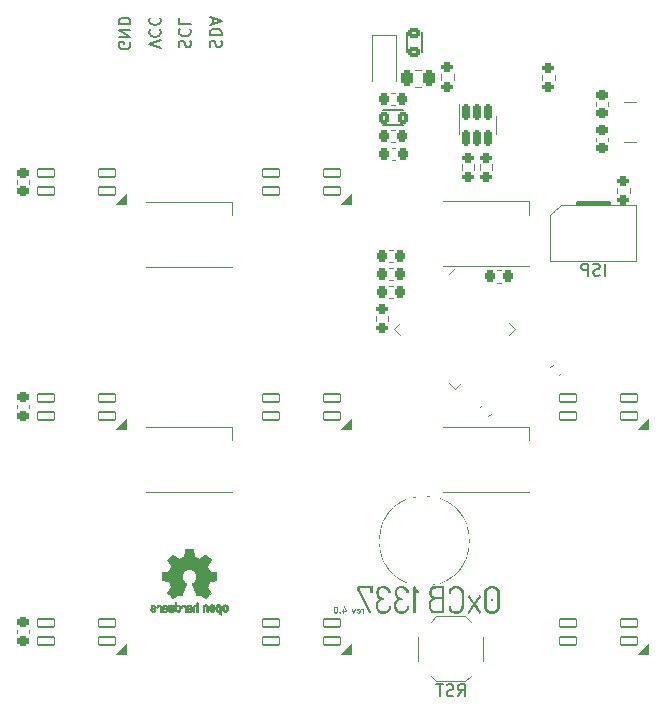
<source format=gbr>
%TF.GenerationSoftware,KiCad,Pcbnew,6.0.0-rc1-unknown-caf406943e~144~ubuntu21.04.1*%
%TF.CreationDate,2021-12-15T23:35:00+01:00*%
%TF.ProjectId,1337-v4.0,31333337-2d76-4342-9e30-2e6b69636164,4.0*%
%TF.SameCoordinates,Original*%
%TF.FileFunction,Legend,Bot*%
%TF.FilePolarity,Positive*%
%FSLAX46Y46*%
G04 Gerber Fmt 4.6, Leading zero omitted, Abs format (unit mm)*
G04 Created by KiCad (PCBNEW 6.0.0-rc1-unknown-caf406943e~144~ubuntu21.04.1) date 2021-12-15 23:35:00*
%MOMM*%
%LPD*%
G01*
G04 APERTURE LIST*
G04 Aperture macros list*
%AMRoundRect*
0 Rectangle with rounded corners*
0 $1 Rounding radius*
0 $2 $3 $4 $5 $6 $7 $8 $9 X,Y pos of 4 corners*
0 Add a 4 corners polygon primitive as box body*
4,1,4,$2,$3,$4,$5,$6,$7,$8,$9,$2,$3,0*
0 Add four circle primitives for the rounded corners*
1,1,$1+$1,$2,$3*
1,1,$1+$1,$4,$5*
1,1,$1+$1,$6,$7*
1,1,$1+$1,$8,$9*
0 Add four rect primitives between the rounded corners*
20,1,$1+$1,$2,$3,$4,$5,0*
20,1,$1+$1,$4,$5,$6,$7,0*
20,1,$1+$1,$6,$7,$8,$9,0*
20,1,$1+$1,$8,$9,$2,$3,0*%
%AMRotRect*
0 Rectangle, with rotation*
0 The origin of the aperture is its center*
0 $1 length*
0 $2 width*
0 $3 Rotation angle, in degrees counterclockwise*
0 Add horizontal line*
21,1,$1,$2,0,0,$3*%
G04 Aperture macros list end*
%ADD10C,0.150000*%
%ADD11C,0.120000*%
%ADD12C,0.100000*%
%ADD13C,0.010000*%
%ADD14C,3.850000*%
%ADD15C,1.750000*%
%ADD16C,4.000000*%
%ADD17C,2.500000*%
%ADD18RoundRect,0.082000X-0.718000X0.328000X-0.718000X-0.328000X0.718000X-0.328000X0.718000X0.328000X0*%
%ADD19R,1.600000X2.000000*%
%ADD20O,1.600000X2.000000*%
%ADD21R,2.000000X2.000000*%
%ADD22C,2.000000*%
%ADD23R,3.200000X2.000000*%
%ADD24R,0.600000X1.150000*%
%ADD25R,0.300000X1.150000*%
%ADD26O,1.000000X1.800000*%
%ADD27O,1.000000X2.200000*%
%ADD28RoundRect,0.225000X0.225000X0.250000X-0.225000X0.250000X-0.225000X-0.250000X0.225000X-0.250000X0*%
%ADD29RoundRect,0.225000X-0.017678X0.335876X-0.335876X0.017678X0.017678X-0.335876X0.335876X-0.017678X0*%
%ADD30R,1.100000X1.100000*%
%ADD31RoundRect,0.200000X0.275000X-0.200000X0.275000X0.200000X-0.275000X0.200000X-0.275000X-0.200000X0*%
%ADD32RoundRect,0.225000X-0.250000X0.225000X-0.250000X-0.225000X0.250000X-0.225000X0.250000X0.225000X0*%
%ADD33C,1.700000*%
%ADD34RoundRect,0.150000X-0.150000X0.512500X-0.150000X-0.512500X0.150000X-0.512500X0.150000X0.512500X0*%
%ADD35RoundRect,0.170000X-0.255000X-0.330000X0.255000X-0.330000X0.255000X0.330000X-0.255000X0.330000X0*%
%ADD36R,1.500000X1.000000*%
%ADD37RoundRect,0.225000X0.017678X-0.335876X0.335876X-0.017678X-0.017678X0.335876X-0.335876X0.017678X0*%
%ADD38RoundRect,0.170000X-0.330000X0.255000X-0.330000X-0.255000X0.330000X-0.255000X0.330000X0.255000X0*%
%ADD39R,0.800000X0.500000*%
%ADD40R,0.800000X0.400000*%
%ADD41RoundRect,0.200000X-0.275000X0.200000X-0.275000X-0.200000X0.275000X-0.200000X0.275000X0.200000X0*%
%ADD42RoundRect,0.225000X-0.225000X-0.250000X0.225000X-0.250000X0.225000X0.250000X-0.225000X0.250000X0*%
%ADD43RoundRect,0.243750X0.243750X0.456250X-0.243750X0.456250X-0.243750X-0.456250X0.243750X-0.456250X0*%
%ADD44RoundRect,0.062500X0.291682X0.380070X-0.380070X-0.291682X-0.291682X-0.380070X0.380070X0.291682X0*%
%ADD45RoundRect,0.062500X-0.291682X0.380070X-0.380070X0.291682X0.291682X-0.380070X0.380070X-0.291682X0*%
%ADD46RotRect,5.200000X5.200000X225.000000*%
%ADD47RoundRect,0.300000X0.070711X0.494975X-0.494975X-0.070711X-0.070711X-0.494975X0.494975X0.070711X0*%
%ADD48RoundRect,0.225000X0.250000X-0.225000X0.250000X0.225000X-0.250000X0.225000X-0.250000X-0.225000X0*%
%ADD49R,1.700000X1.000000*%
G04 APERTURE END LIST*
D10*
X127525000Y-53310000D02*
X124695000Y-53310000D01*
X124695000Y-53310000D02*
X124695000Y-53120000D01*
X124695000Y-53120000D02*
X127525000Y-53120000D01*
X127525000Y-53120000D02*
X127525000Y-53310000D01*
G36*
X127525000Y-53310000D02*
G01*
X124695000Y-53310000D01*
X124695000Y-53120000D01*
X127525000Y-53120000D01*
X127525000Y-53310000D01*
G37*
X114627619Y-94922380D02*
X114960952Y-94446190D01*
X115199047Y-94922380D02*
X115199047Y-93922380D01*
X114818095Y-93922380D01*
X114722857Y-93970000D01*
X114675238Y-94017619D01*
X114627619Y-94112857D01*
X114627619Y-94255714D01*
X114675238Y-94350952D01*
X114722857Y-94398571D01*
X114818095Y-94446190D01*
X115199047Y-94446190D01*
X114246666Y-94874761D02*
X114103809Y-94922380D01*
X113865714Y-94922380D01*
X113770476Y-94874761D01*
X113722857Y-94827142D01*
X113675238Y-94731904D01*
X113675238Y-94636666D01*
X113722857Y-94541428D01*
X113770476Y-94493809D01*
X113865714Y-94446190D01*
X114056190Y-94398571D01*
X114151428Y-94350952D01*
X114199047Y-94303333D01*
X114246666Y-94208095D01*
X114246666Y-94112857D01*
X114199047Y-94017619D01*
X114151428Y-93970000D01*
X114056190Y-93922380D01*
X113818095Y-93922380D01*
X113675238Y-93970000D01*
X113389523Y-93922380D02*
X112818095Y-93922380D01*
X113103809Y-94922380D02*
X113103809Y-93922380D01*
D11*
X106596190Y-87856190D02*
X106596190Y-87522857D01*
X106596190Y-87618095D02*
X106572380Y-87570476D01*
X106548571Y-87546666D01*
X106500952Y-87522857D01*
X106453333Y-87522857D01*
X106096190Y-87832380D02*
X106143809Y-87856190D01*
X106239047Y-87856190D01*
X106286666Y-87832380D01*
X106310476Y-87784761D01*
X106310476Y-87594285D01*
X106286666Y-87546666D01*
X106239047Y-87522857D01*
X106143809Y-87522857D01*
X106096190Y-87546666D01*
X106072380Y-87594285D01*
X106072380Y-87641904D01*
X106310476Y-87689523D01*
X105905714Y-87522857D02*
X105786666Y-87856190D01*
X105667619Y-87522857D01*
X104881904Y-87522857D02*
X104881904Y-87856190D01*
X105000952Y-87332380D02*
X105120000Y-87689523D01*
X104810476Y-87689523D01*
X104620000Y-87808571D02*
X104596190Y-87832380D01*
X104620000Y-87856190D01*
X104643809Y-87832380D01*
X104620000Y-87808571D01*
X104620000Y-87856190D01*
X104286666Y-87356190D02*
X104239047Y-87356190D01*
X104191428Y-87380000D01*
X104167619Y-87403809D01*
X104143809Y-87451428D01*
X104120000Y-87546666D01*
X104120000Y-87665714D01*
X104143809Y-87760952D01*
X104167619Y-87808571D01*
X104191428Y-87832380D01*
X104239047Y-87856190D01*
X104286666Y-87856190D01*
X104334285Y-87832380D01*
X104358095Y-87808571D01*
X104381904Y-87760952D01*
X104405714Y-87665714D01*
X104405714Y-87546666D01*
X104381904Y-87451428D01*
X104358095Y-87403809D01*
X104334285Y-87380000D01*
X104286666Y-87356190D01*
D10*
X127066190Y-59312380D02*
X127066190Y-58312380D01*
X126637619Y-59264761D02*
X126494761Y-59312380D01*
X126256666Y-59312380D01*
X126161428Y-59264761D01*
X126113809Y-59217142D01*
X126066190Y-59121904D01*
X126066190Y-59026666D01*
X126113809Y-58931428D01*
X126161428Y-58883809D01*
X126256666Y-58836190D01*
X126447142Y-58788571D01*
X126542380Y-58740952D01*
X126590000Y-58693333D01*
X126637619Y-58598095D01*
X126637619Y-58502857D01*
X126590000Y-58407619D01*
X126542380Y-58360000D01*
X126447142Y-58312380D01*
X126209047Y-58312380D01*
X126066190Y-58360000D01*
X125637619Y-59312380D02*
X125637619Y-58312380D01*
X125256666Y-58312380D01*
X125161428Y-58360000D01*
X125113809Y-58407619D01*
X125066190Y-58502857D01*
X125066190Y-58645714D01*
X125113809Y-58740952D01*
X125161428Y-58788571D01*
X125256666Y-58836190D01*
X125637619Y-58836190D01*
%TO.C,U1*%
X86854229Y-39577675D02*
X86901848Y-39672913D01*
X86901848Y-39815771D01*
X86854229Y-39958628D01*
X86758990Y-40053866D01*
X86663752Y-40101485D01*
X86473276Y-40149104D01*
X86330419Y-40149104D01*
X86139943Y-40101485D01*
X86044705Y-40053866D01*
X85949467Y-39958628D01*
X85901848Y-39815771D01*
X85901848Y-39720532D01*
X85949467Y-39577675D01*
X85997086Y-39530056D01*
X86330419Y-39530056D01*
X86330419Y-39720532D01*
X85901848Y-39101485D02*
X86901848Y-39101485D01*
X85901848Y-38530056D01*
X86901848Y-38530056D01*
X85901848Y-38053866D02*
X86901848Y-38053866D01*
X86901848Y-37815771D01*
X86854229Y-37672913D01*
X86758990Y-37577675D01*
X86663752Y-37530056D01*
X86473276Y-37482437D01*
X86330419Y-37482437D01*
X86139943Y-37530056D01*
X86044705Y-37577675D01*
X85949467Y-37672913D01*
X85901848Y-37815771D01*
X85901848Y-38053866D01*
X93669467Y-39990056D02*
X93621848Y-39847199D01*
X93621848Y-39609104D01*
X93669467Y-39513866D01*
X93717086Y-39466247D01*
X93812324Y-39418628D01*
X93907562Y-39418628D01*
X94002800Y-39466247D01*
X94050419Y-39513866D01*
X94098038Y-39609104D01*
X94145657Y-39799580D01*
X94193276Y-39894818D01*
X94240895Y-39942437D01*
X94336133Y-39990056D01*
X94431371Y-39990056D01*
X94526609Y-39942437D01*
X94574229Y-39894818D01*
X94621848Y-39799580D01*
X94621848Y-39561485D01*
X94574229Y-39418628D01*
X93621848Y-38990056D02*
X94621848Y-38990056D01*
X94621848Y-38751961D01*
X94574229Y-38609104D01*
X94478990Y-38513866D01*
X94383752Y-38466247D01*
X94193276Y-38418628D01*
X94050419Y-38418628D01*
X93859943Y-38466247D01*
X93764705Y-38513866D01*
X93669467Y-38609104D01*
X93621848Y-38751961D01*
X93621848Y-38990056D01*
X93907562Y-38037675D02*
X93907562Y-37561485D01*
X93621848Y-38132913D02*
X94621848Y-37799580D01*
X93621848Y-37466247D01*
X89491848Y-40049104D02*
X88491848Y-39715771D01*
X89491848Y-39382437D01*
X88587086Y-38477675D02*
X88539467Y-38525294D01*
X88491848Y-38668151D01*
X88491848Y-38763390D01*
X88539467Y-38906247D01*
X88634705Y-39001485D01*
X88729943Y-39049104D01*
X88920419Y-39096723D01*
X89063276Y-39096723D01*
X89253752Y-39049104D01*
X89348990Y-39001485D01*
X89444229Y-38906247D01*
X89491848Y-38763390D01*
X89491848Y-38668151D01*
X89444229Y-38525294D01*
X89396609Y-38477675D01*
X88587086Y-37477675D02*
X88539467Y-37525294D01*
X88491848Y-37668151D01*
X88491848Y-37763390D01*
X88539467Y-37906247D01*
X88634705Y-38001485D01*
X88729943Y-38049104D01*
X88920419Y-38096723D01*
X89063276Y-38096723D01*
X89253752Y-38049104D01*
X89348990Y-38001485D01*
X89444229Y-37906247D01*
X89491848Y-37763390D01*
X89491848Y-37668151D01*
X89444229Y-37525294D01*
X89396609Y-37477675D01*
X91059467Y-39996247D02*
X91011848Y-39853390D01*
X91011848Y-39615294D01*
X91059467Y-39520056D01*
X91107086Y-39472437D01*
X91202324Y-39424818D01*
X91297562Y-39424818D01*
X91392800Y-39472437D01*
X91440419Y-39520056D01*
X91488038Y-39615294D01*
X91535657Y-39805771D01*
X91583276Y-39901009D01*
X91630895Y-39948628D01*
X91726133Y-39996247D01*
X91821371Y-39996247D01*
X91916609Y-39948628D01*
X91964229Y-39901009D01*
X92011848Y-39805771D01*
X92011848Y-39567675D01*
X91964229Y-39424818D01*
X91107086Y-38424818D02*
X91059467Y-38472437D01*
X91011848Y-38615294D01*
X91011848Y-38710532D01*
X91059467Y-38853390D01*
X91154705Y-38948628D01*
X91249943Y-38996247D01*
X91440419Y-39043866D01*
X91583276Y-39043866D01*
X91773752Y-38996247D01*
X91868990Y-38948628D01*
X91964229Y-38853390D01*
X92011848Y-38710532D01*
X92011848Y-38615294D01*
X91964229Y-38472437D01*
X91916609Y-38424818D01*
X91011848Y-37520056D02*
X91011848Y-37996247D01*
X92011848Y-37996247D01*
D12*
%TO.C,D5*%
X130755479Y-71419520D02*
X129855479Y-72319520D01*
X129855479Y-72319520D02*
X130755479Y-72319520D01*
X130755479Y-72319520D02*
X130755479Y-71419520D01*
G36*
X130755479Y-72319520D02*
G01*
X129855479Y-72319520D01*
X130755479Y-71419520D01*
X130755479Y-72319520D01*
G37*
X130755479Y-72319520D02*
X129855479Y-72319520D01*
X130755479Y-71419520D01*
X130755479Y-72319520D01*
%TO.C,D6*%
X86555479Y-90469520D02*
X85655479Y-91369520D01*
X85655479Y-91369520D02*
X86555479Y-91369520D01*
X86555479Y-91369520D02*
X86555479Y-90469520D01*
G36*
X86555479Y-91369520D02*
G01*
X85655479Y-91369520D01*
X86555479Y-90469520D01*
X86555479Y-91369520D01*
G37*
X86555479Y-91369520D02*
X85655479Y-91369520D01*
X86555479Y-90469520D01*
X86555479Y-91369520D01*
%TO.C,D1*%
X86555479Y-52369520D02*
X85655479Y-53269520D01*
X85655479Y-53269520D02*
X86555479Y-53269520D01*
X86555479Y-53269520D02*
X86555479Y-52369520D01*
G36*
X86555479Y-53269520D02*
G01*
X85655479Y-53269520D01*
X86555479Y-52369520D01*
X86555479Y-53269520D01*
G37*
X86555479Y-53269520D02*
X85655479Y-53269520D01*
X86555479Y-52369520D01*
X86555479Y-53269520D01*
%TO.C,D2*%
X105605479Y-52369520D02*
X104705479Y-53269520D01*
X104705479Y-53269520D02*
X105605479Y-53269520D01*
X105605479Y-53269520D02*
X105605479Y-52369520D01*
G36*
X105605479Y-53269520D02*
G01*
X104705479Y-53269520D01*
X105605479Y-52369520D01*
X105605479Y-53269520D01*
G37*
X105605479Y-53269520D02*
X104705479Y-53269520D01*
X105605479Y-52369520D01*
X105605479Y-53269520D01*
%TO.C,D3*%
X86555479Y-71419520D02*
X85655479Y-72319520D01*
X85655479Y-72319520D02*
X86555479Y-72319520D01*
X86555479Y-72319520D02*
X86555479Y-71419520D01*
G36*
X86555479Y-72319520D02*
G01*
X85655479Y-72319520D01*
X86555479Y-71419520D01*
X86555479Y-72319520D01*
G37*
X86555479Y-72319520D02*
X85655479Y-72319520D01*
X86555479Y-71419520D01*
X86555479Y-72319520D01*
%TO.C,D7*%
X105605479Y-90469520D02*
X104705479Y-91369520D01*
X104705479Y-91369520D02*
X105605479Y-91369520D01*
X105605479Y-91369520D02*
X105605479Y-90469520D01*
G36*
X105605479Y-91369520D02*
G01*
X104705479Y-91369520D01*
X105605479Y-90469520D01*
X105605479Y-91369520D01*
G37*
X105605479Y-91369520D02*
X104705479Y-91369520D01*
X105605479Y-90469520D01*
X105605479Y-91369520D01*
%TO.C,D8*%
X130755479Y-90469520D02*
X129855479Y-91369520D01*
X129855479Y-91369520D02*
X130755479Y-91369520D01*
X130755479Y-91369520D02*
X130755479Y-90469520D01*
G36*
X130755479Y-91369520D02*
G01*
X129855479Y-91369520D01*
X130755479Y-90469520D01*
X130755479Y-91369520D01*
G37*
X130755479Y-91369520D02*
X129855479Y-91369520D01*
X130755479Y-90469520D01*
X130755479Y-91369520D01*
%TO.C,D4*%
X105605479Y-71419520D02*
X104705479Y-72319520D01*
X104705479Y-72319520D02*
X105605479Y-72319520D01*
X105605479Y-72319520D02*
X105605479Y-71419520D01*
G36*
X105605479Y-72319520D02*
G01*
X104705479Y-72319520D01*
X105605479Y-71419520D01*
X105605479Y-72319520D01*
G37*
X105605479Y-72319520D02*
X104705479Y-72319520D01*
X105605479Y-71419520D01*
X105605479Y-72319520D01*
D11*
%TO.C,C10*%
X109114809Y-60185771D02*
X108833649Y-60185771D01*
X109114809Y-61205771D02*
X108833649Y-61205771D01*
%TO.C,C11*%
X123364259Y-67576990D02*
X123165448Y-67775801D01*
X122643010Y-66855741D02*
X122444199Y-67054552D01*
D12*
%TO.C,G\u002A\u002A\u002A*%
X115590000Y-81790000D02*
G75*
G03*
X115590000Y-81790000I-3800000J0D01*
G01*
D11*
%TO.C,C7*%
X109114809Y-58205771D02*
X108833649Y-58205771D01*
X109114809Y-57185771D02*
X108833649Y-57185771D01*
%TO.C,D9*%
X109389229Y-38980771D02*
X109389229Y-42830771D01*
X107389229Y-38980771D02*
X107389229Y-42830771D01*
X107389229Y-38980771D02*
X109389229Y-38980771D01*
%TO.C,R3*%
X117541729Y-50388029D02*
X117541729Y-49913513D01*
X116496729Y-50388029D02*
X116496729Y-49913513D01*
%TO.C,R2*%
X113226729Y-42753029D02*
X113226729Y-42278513D01*
X114271729Y-42753029D02*
X114271729Y-42278513D01*
%TO.C,C12*%
X77314229Y-70255191D02*
X77314229Y-70536351D01*
X78334229Y-70255191D02*
X78334229Y-70536351D01*
%TO.C,C6*%
X78284229Y-51255191D02*
X78284229Y-51536351D01*
X77264229Y-51255191D02*
X77264229Y-51536351D01*
D13*
%TO.C,REF\u002A\u002A*%
X89725124Y-87203072D02*
X89683333Y-87222081D01*
X89683333Y-87222081D02*
X89650531Y-87245115D01*
X89650531Y-87245115D02*
X89626497Y-87270870D01*
X89626497Y-87270870D02*
X89609903Y-87304095D01*
X89609903Y-87304095D02*
X89599423Y-87349537D01*
X89599423Y-87349537D02*
X89593729Y-87411944D01*
X89593729Y-87411944D02*
X89591493Y-87496064D01*
X89591493Y-87496064D02*
X89591257Y-87551458D01*
X89591257Y-87551458D02*
X89591257Y-87767563D01*
X89591257Y-87767563D02*
X89628226Y-87784407D01*
X89628226Y-87784407D02*
X89657344Y-87796718D01*
X89657344Y-87796718D02*
X89671769Y-87801251D01*
X89671769Y-87801251D02*
X89674528Y-87787762D01*
X89674528Y-87787762D02*
X89676718Y-87751390D01*
X89676718Y-87751390D02*
X89678058Y-87698279D01*
X89678058Y-87698279D02*
X89678343Y-87656109D01*
X89678343Y-87656109D02*
X89679566Y-87595184D01*
X89679566Y-87595184D02*
X89682864Y-87546852D01*
X89682864Y-87546852D02*
X89687679Y-87517255D01*
X89687679Y-87517255D02*
X89691504Y-87510966D01*
X89691504Y-87510966D02*
X89717217Y-87517389D01*
X89717217Y-87517389D02*
X89757582Y-87533862D01*
X89757582Y-87533862D02*
X89804321Y-87556195D01*
X89804321Y-87556195D02*
X89849155Y-87580194D01*
X89849155Y-87580194D02*
X89883807Y-87601667D01*
X89883807Y-87601667D02*
X89899998Y-87616422D01*
X89899998Y-87616422D02*
X89900062Y-87616582D01*
X89900062Y-87616582D02*
X89898670Y-87643889D01*
X89898670Y-87643889D02*
X89886182Y-87669956D01*
X89886182Y-87669956D02*
X89864257Y-87691129D01*
X89864257Y-87691129D02*
X89832257Y-87698211D01*
X89832257Y-87698211D02*
X89804908Y-87697386D01*
X89804908Y-87697386D02*
X89766174Y-87696779D01*
X89766174Y-87696779D02*
X89745842Y-87705853D01*
X89745842Y-87705853D02*
X89733631Y-87729829D01*
X89733631Y-87729829D02*
X89732091Y-87734350D01*
X89732091Y-87734350D02*
X89726797Y-87768543D01*
X89726797Y-87768543D02*
X89740953Y-87789305D01*
X89740953Y-87789305D02*
X89777852Y-87799199D01*
X89777852Y-87799199D02*
X89817711Y-87801029D01*
X89817711Y-87801029D02*
X89889438Y-87787464D01*
X89889438Y-87787464D02*
X89926568Y-87768092D01*
X89926568Y-87768092D02*
X89972424Y-87722582D01*
X89972424Y-87722582D02*
X89996744Y-87666720D01*
X89996744Y-87666720D02*
X89998927Y-87607694D01*
X89998927Y-87607694D02*
X89978371Y-87552690D01*
X89978371Y-87552690D02*
X89947451Y-87518223D01*
X89947451Y-87518223D02*
X89916580Y-87498926D01*
X89916580Y-87498926D02*
X89868058Y-87474496D01*
X89868058Y-87474496D02*
X89811515Y-87449722D01*
X89811515Y-87449722D02*
X89802090Y-87445936D01*
X89802090Y-87445936D02*
X89739981Y-87418528D01*
X89739981Y-87418528D02*
X89704178Y-87394371D01*
X89704178Y-87394371D02*
X89692663Y-87370356D01*
X89692663Y-87370356D02*
X89703420Y-87343372D01*
X89703420Y-87343372D02*
X89721886Y-87322280D01*
X89721886Y-87322280D02*
X89765531Y-87296309D01*
X89765531Y-87296309D02*
X89813554Y-87294361D01*
X89813554Y-87294361D02*
X89857594Y-87314374D01*
X89857594Y-87314374D02*
X89889291Y-87354288D01*
X89889291Y-87354288D02*
X89893451Y-87364585D01*
X89893451Y-87364585D02*
X89917673Y-87402461D01*
X89917673Y-87402461D02*
X89953035Y-87430579D01*
X89953035Y-87430579D02*
X89997657Y-87453654D01*
X89997657Y-87453654D02*
X89997657Y-87388222D01*
X89997657Y-87388222D02*
X89995031Y-87348243D01*
X89995031Y-87348243D02*
X89983770Y-87316734D01*
X89983770Y-87316734D02*
X89958801Y-87283115D01*
X89958801Y-87283115D02*
X89934831Y-87257221D01*
X89934831Y-87257221D02*
X89897559Y-87220554D01*
X89897559Y-87220554D02*
X89868599Y-87200858D01*
X89868599Y-87200858D02*
X89837495Y-87192957D01*
X89837495Y-87192957D02*
X89802287Y-87191651D01*
X89802287Y-87191651D02*
X89725124Y-87203072D01*
X89725124Y-87203072D02*
X89725124Y-87203072D01*
G36*
X89837495Y-87192957D02*
G01*
X89868599Y-87200858D01*
X89897559Y-87220554D01*
X89934831Y-87257221D01*
X89958801Y-87283115D01*
X89983770Y-87316734D01*
X89995031Y-87348243D01*
X89997657Y-87388222D01*
X89997657Y-87453654D01*
X89953035Y-87430579D01*
X89917673Y-87402461D01*
X89893451Y-87364585D01*
X89889291Y-87354288D01*
X89857594Y-87314374D01*
X89813554Y-87294361D01*
X89765531Y-87296309D01*
X89721886Y-87322280D01*
X89703420Y-87343372D01*
X89692663Y-87370356D01*
X89704178Y-87394371D01*
X89739981Y-87418528D01*
X89802090Y-87445936D01*
X89811515Y-87449722D01*
X89868058Y-87474496D01*
X89916580Y-87498926D01*
X89947451Y-87518223D01*
X89978371Y-87552690D01*
X89998927Y-87607694D01*
X89996744Y-87666720D01*
X89972424Y-87722582D01*
X89926568Y-87768092D01*
X89889438Y-87787464D01*
X89817711Y-87801029D01*
X89777852Y-87799199D01*
X89740953Y-87789305D01*
X89726797Y-87768543D01*
X89732091Y-87734350D01*
X89733631Y-87729829D01*
X89745842Y-87705853D01*
X89766174Y-87696779D01*
X89804908Y-87697386D01*
X89832257Y-87698211D01*
X89864257Y-87691129D01*
X89886182Y-87669956D01*
X89898670Y-87643889D01*
X89900062Y-87616582D01*
X89899998Y-87616422D01*
X89883807Y-87601667D01*
X89849155Y-87580194D01*
X89804321Y-87556195D01*
X89757582Y-87533862D01*
X89717217Y-87517389D01*
X89691504Y-87510966D01*
X89687679Y-87517255D01*
X89682864Y-87546852D01*
X89679566Y-87595184D01*
X89678343Y-87656109D01*
X89678058Y-87698279D01*
X89676718Y-87751390D01*
X89674528Y-87787762D01*
X89671769Y-87801251D01*
X89657344Y-87796718D01*
X89628226Y-87784407D01*
X89591257Y-87767563D01*
X89591257Y-87551458D01*
X89591493Y-87496064D01*
X89593729Y-87411944D01*
X89599423Y-87349537D01*
X89609903Y-87304095D01*
X89626497Y-87270870D01*
X89650531Y-87245115D01*
X89683333Y-87222081D01*
X89725124Y-87203072D01*
X89802287Y-87191651D01*
X89837495Y-87192957D01*
G37*
X89837495Y-87192957D02*
X89868599Y-87200858D01*
X89897559Y-87220554D01*
X89934831Y-87257221D01*
X89958801Y-87283115D01*
X89983770Y-87316734D01*
X89995031Y-87348243D01*
X89997657Y-87388222D01*
X89997657Y-87453654D01*
X89953035Y-87430579D01*
X89917673Y-87402461D01*
X89893451Y-87364585D01*
X89889291Y-87354288D01*
X89857594Y-87314374D01*
X89813554Y-87294361D01*
X89765531Y-87296309D01*
X89721886Y-87322280D01*
X89703420Y-87343372D01*
X89692663Y-87370356D01*
X89704178Y-87394371D01*
X89739981Y-87418528D01*
X89802090Y-87445936D01*
X89811515Y-87449722D01*
X89868058Y-87474496D01*
X89916580Y-87498926D01*
X89947451Y-87518223D01*
X89978371Y-87552690D01*
X89998927Y-87607694D01*
X89996744Y-87666720D01*
X89972424Y-87722582D01*
X89926568Y-87768092D01*
X89889438Y-87787464D01*
X89817711Y-87801029D01*
X89777852Y-87799199D01*
X89740953Y-87789305D01*
X89726797Y-87768543D01*
X89732091Y-87734350D01*
X89733631Y-87729829D01*
X89745842Y-87705853D01*
X89766174Y-87696779D01*
X89804908Y-87697386D01*
X89832257Y-87698211D01*
X89864257Y-87691129D01*
X89886182Y-87669956D01*
X89898670Y-87643889D01*
X89900062Y-87616582D01*
X89899998Y-87616422D01*
X89883807Y-87601667D01*
X89849155Y-87580194D01*
X89804321Y-87556195D01*
X89757582Y-87533862D01*
X89717217Y-87517389D01*
X89691504Y-87510966D01*
X89687679Y-87517255D01*
X89682864Y-87546852D01*
X89679566Y-87595184D01*
X89678343Y-87656109D01*
X89678058Y-87698279D01*
X89676718Y-87751390D01*
X89674528Y-87787762D01*
X89671769Y-87801251D01*
X89657344Y-87796718D01*
X89628226Y-87784407D01*
X89591257Y-87767563D01*
X89591257Y-87551458D01*
X89591493Y-87496064D01*
X89593729Y-87411944D01*
X89599423Y-87349537D01*
X89609903Y-87304095D01*
X89626497Y-87270870D01*
X89650531Y-87245115D01*
X89683333Y-87222081D01*
X89725124Y-87203072D01*
X89802287Y-87191651D01*
X89837495Y-87192957D01*
X90090167Y-87205400D02*
X90087952Y-87243587D01*
X90087952Y-87243587D02*
X90086216Y-87301623D01*
X90086216Y-87301623D02*
X90085101Y-87374917D01*
X90085101Y-87374917D02*
X90084743Y-87451792D01*
X90084743Y-87451792D02*
X90084743Y-87711933D01*
X90084743Y-87711933D02*
X90130674Y-87757864D01*
X90130674Y-87757864D02*
X90162325Y-87786166D01*
X90162325Y-87786166D02*
X90190110Y-87797630D01*
X90190110Y-87797630D02*
X90228085Y-87796905D01*
X90228085Y-87796905D02*
X90243160Y-87795058D01*
X90243160Y-87795058D02*
X90290274Y-87789685D01*
X90290274Y-87789685D02*
X90329244Y-87786606D01*
X90329244Y-87786606D02*
X90338743Y-87786322D01*
X90338743Y-87786322D02*
X90370767Y-87788182D01*
X90370767Y-87788182D02*
X90416568Y-87792851D01*
X90416568Y-87792851D02*
X90434326Y-87795058D01*
X90434326Y-87795058D02*
X90477943Y-87798472D01*
X90477943Y-87798472D02*
X90507255Y-87791057D01*
X90507255Y-87791057D02*
X90536320Y-87768164D01*
X90536320Y-87768164D02*
X90546812Y-87757864D01*
X90546812Y-87757864D02*
X90592743Y-87711933D01*
X90592743Y-87711933D02*
X90592743Y-87225339D01*
X90592743Y-87225339D02*
X90555774Y-87208495D01*
X90555774Y-87208495D02*
X90523941Y-87196019D01*
X90523941Y-87196019D02*
X90505317Y-87191651D01*
X90505317Y-87191651D02*
X90500542Y-87205455D01*
X90500542Y-87205455D02*
X90496079Y-87244023D01*
X90496079Y-87244023D02*
X90492225Y-87303093D01*
X90492225Y-87303093D02*
X90489278Y-87378400D01*
X90489278Y-87378400D02*
X90487857Y-87442023D01*
X90487857Y-87442023D02*
X90483886Y-87692394D01*
X90483886Y-87692394D02*
X90449241Y-87697293D01*
X90449241Y-87697293D02*
X90417732Y-87693868D01*
X90417732Y-87693868D02*
X90402292Y-87682778D01*
X90402292Y-87682778D02*
X90397977Y-87662045D01*
X90397977Y-87662045D02*
X90394292Y-87617882D01*
X90394292Y-87617882D02*
X90391531Y-87555883D01*
X90391531Y-87555883D02*
X90389988Y-87481646D01*
X90389988Y-87481646D02*
X90389765Y-87443443D01*
X90389765Y-87443443D02*
X90389543Y-87223520D01*
X90389543Y-87223520D02*
X90343834Y-87207586D01*
X90343834Y-87207586D02*
X90311482Y-87196752D01*
X90311482Y-87196752D02*
X90293885Y-87191699D01*
X90293885Y-87191699D02*
X90293377Y-87191651D01*
X90293377Y-87191651D02*
X90291612Y-87205385D01*
X90291612Y-87205385D02*
X90289671Y-87243467D01*
X90289671Y-87243467D02*
X90287718Y-87301219D01*
X90287718Y-87301219D02*
X90285916Y-87373964D01*
X90285916Y-87373964D02*
X90284657Y-87442023D01*
X90284657Y-87442023D02*
X90280686Y-87692394D01*
X90280686Y-87692394D02*
X90193600Y-87692394D01*
X90193600Y-87692394D02*
X90189604Y-87463977D01*
X90189604Y-87463977D02*
X90185608Y-87235559D01*
X90185608Y-87235559D02*
X90143153Y-87213605D01*
X90143153Y-87213605D02*
X90111808Y-87198530D01*
X90111808Y-87198530D02*
X90093256Y-87191688D01*
X90093256Y-87191688D02*
X90092721Y-87191651D01*
X90092721Y-87191651D02*
X90090167Y-87205400D01*
X90090167Y-87205400D02*
X90090167Y-87205400D01*
G36*
X90523941Y-87196019D02*
G01*
X90555774Y-87208495D01*
X90592743Y-87225339D01*
X90592743Y-87711933D01*
X90546812Y-87757864D01*
X90536320Y-87768164D01*
X90507255Y-87791057D01*
X90477943Y-87798472D01*
X90434326Y-87795058D01*
X90416568Y-87792851D01*
X90370767Y-87788182D01*
X90338743Y-87786322D01*
X90329244Y-87786606D01*
X90290274Y-87789685D01*
X90243160Y-87795058D01*
X90228085Y-87796905D01*
X90190110Y-87797630D01*
X90162325Y-87786166D01*
X90130674Y-87757864D01*
X90084743Y-87711933D01*
X90084743Y-87451792D01*
X90085101Y-87374917D01*
X90086216Y-87301623D01*
X90087952Y-87243587D01*
X90090167Y-87205400D01*
X90092721Y-87191651D01*
X90093256Y-87191688D01*
X90111808Y-87198530D01*
X90143153Y-87213605D01*
X90185608Y-87235559D01*
X90189604Y-87463977D01*
X90193600Y-87692394D01*
X90280686Y-87692394D01*
X90284657Y-87442023D01*
X90285916Y-87373964D01*
X90287718Y-87301219D01*
X90289671Y-87243467D01*
X90291612Y-87205385D01*
X90293377Y-87191651D01*
X90293885Y-87191699D01*
X90311482Y-87196752D01*
X90343834Y-87207586D01*
X90389543Y-87223520D01*
X90389765Y-87443443D01*
X90389988Y-87481646D01*
X90391531Y-87555883D01*
X90394292Y-87617882D01*
X90397977Y-87662045D01*
X90402292Y-87682778D01*
X90417732Y-87693868D01*
X90449241Y-87697293D01*
X90483886Y-87692394D01*
X90487857Y-87442023D01*
X90489278Y-87378400D01*
X90492225Y-87303093D01*
X90496079Y-87244023D01*
X90500542Y-87205455D01*
X90505317Y-87191651D01*
X90523941Y-87196019D01*
G37*
X90523941Y-87196019D02*
X90555774Y-87208495D01*
X90592743Y-87225339D01*
X90592743Y-87711933D01*
X90546812Y-87757864D01*
X90536320Y-87768164D01*
X90507255Y-87791057D01*
X90477943Y-87798472D01*
X90434326Y-87795058D01*
X90416568Y-87792851D01*
X90370767Y-87788182D01*
X90338743Y-87786322D01*
X90329244Y-87786606D01*
X90290274Y-87789685D01*
X90243160Y-87795058D01*
X90228085Y-87796905D01*
X90190110Y-87797630D01*
X90162325Y-87786166D01*
X90130674Y-87757864D01*
X90084743Y-87711933D01*
X90084743Y-87451792D01*
X90085101Y-87374917D01*
X90086216Y-87301623D01*
X90087952Y-87243587D01*
X90090167Y-87205400D01*
X90092721Y-87191651D01*
X90093256Y-87191688D01*
X90111808Y-87198530D01*
X90143153Y-87213605D01*
X90185608Y-87235559D01*
X90189604Y-87463977D01*
X90193600Y-87692394D01*
X90280686Y-87692394D01*
X90284657Y-87442023D01*
X90285916Y-87373964D01*
X90287718Y-87301219D01*
X90289671Y-87243467D01*
X90291612Y-87205385D01*
X90293377Y-87191651D01*
X90293885Y-87191699D01*
X90311482Y-87196752D01*
X90343834Y-87207586D01*
X90389543Y-87223520D01*
X90389765Y-87443443D01*
X90389988Y-87481646D01*
X90391531Y-87555883D01*
X90394292Y-87617882D01*
X90397977Y-87662045D01*
X90402292Y-87682778D01*
X90417732Y-87693868D01*
X90449241Y-87697293D01*
X90483886Y-87692394D01*
X90487857Y-87442023D01*
X90489278Y-87378400D01*
X90492225Y-87303093D01*
X90496079Y-87244023D01*
X90500542Y-87205455D01*
X90505317Y-87191651D01*
X90523941Y-87196019D01*
X91766090Y-82489085D02*
X91687546Y-82489515D01*
X91687546Y-82489515D02*
X91630702Y-82490679D01*
X91630702Y-82490679D02*
X91591895Y-82492944D01*
X91591895Y-82492944D02*
X91567462Y-82496677D01*
X91567462Y-82496677D02*
X91553738Y-82502243D01*
X91553738Y-82502243D02*
X91547060Y-82510010D01*
X91547060Y-82510010D02*
X91543764Y-82520342D01*
X91543764Y-82520342D02*
X91543444Y-82521680D01*
X91543444Y-82521680D02*
X91538438Y-82545816D01*
X91538438Y-82545816D02*
X91529171Y-82593438D01*
X91529171Y-82593438D02*
X91516608Y-82659478D01*
X91516608Y-82659478D02*
X91501713Y-82738865D01*
X91501713Y-82738865D02*
X91485449Y-82826533D01*
X91485449Y-82826533D02*
X91484881Y-82829612D01*
X91484881Y-82829612D02*
X91468590Y-82915526D01*
X91468590Y-82915526D02*
X91453348Y-82991433D01*
X91453348Y-82991433D02*
X91440139Y-83052782D01*
X91440139Y-83052782D02*
X91429946Y-83095019D01*
X91429946Y-83095019D02*
X91423752Y-83113592D01*
X91423752Y-83113592D02*
X91423457Y-83113921D01*
X91423457Y-83113921D02*
X91405212Y-83122990D01*
X91405212Y-83122990D02*
X91367595Y-83138104D01*
X91367595Y-83138104D02*
X91318729Y-83155999D01*
X91318729Y-83155999D02*
X91318457Y-83156095D01*
X91318457Y-83156095D02*
X91256907Y-83179230D01*
X91256907Y-83179230D02*
X91184343Y-83208702D01*
X91184343Y-83208702D02*
X91115943Y-83238334D01*
X91115943Y-83238334D02*
X91112706Y-83239799D01*
X91112706Y-83239799D02*
X91001298Y-83290363D01*
X91001298Y-83290363D02*
X90754601Y-83121897D01*
X90754601Y-83121897D02*
X90678923Y-83070540D01*
X90678923Y-83070540D02*
X90610369Y-83024626D01*
X90610369Y-83024626D02*
X90552912Y-82986767D01*
X90552912Y-82986767D02*
X90510524Y-82959574D01*
X90510524Y-82959574D02*
X90487175Y-82945658D01*
X90487175Y-82945658D02*
X90484958Y-82944626D01*
X90484958Y-82944626D02*
X90467990Y-82949221D01*
X90467990Y-82949221D02*
X90436299Y-82971392D01*
X90436299Y-82971392D02*
X90388648Y-83012184D01*
X90388648Y-83012184D02*
X90323802Y-83072642D01*
X90323802Y-83072642D02*
X90257603Y-83136964D01*
X90257603Y-83136964D02*
X90193786Y-83200349D01*
X90193786Y-83200349D02*
X90136671Y-83258188D01*
X90136671Y-83258188D02*
X90089695Y-83306912D01*
X90089695Y-83306912D02*
X90056297Y-83342947D01*
X90056297Y-83342947D02*
X90039915Y-83362721D01*
X90039915Y-83362721D02*
X90039306Y-83363739D01*
X90039306Y-83363739D02*
X90037495Y-83377309D01*
X90037495Y-83377309D02*
X90044317Y-83399470D01*
X90044317Y-83399470D02*
X90061460Y-83433215D01*
X90061460Y-83433215D02*
X90090607Y-83481537D01*
X90090607Y-83481537D02*
X90133445Y-83547429D01*
X90133445Y-83547429D02*
X90190552Y-83632254D01*
X90190552Y-83632254D02*
X90241234Y-83706914D01*
X90241234Y-83706914D02*
X90286539Y-83773877D01*
X90286539Y-83773877D02*
X90323850Y-83829253D01*
X90323850Y-83829253D02*
X90350548Y-83869157D01*
X90350548Y-83869157D02*
X90364015Y-83889699D01*
X90364015Y-83889699D02*
X90364863Y-83891093D01*
X90364863Y-83891093D02*
X90363219Y-83910775D01*
X90363219Y-83910775D02*
X90350755Y-83949030D01*
X90350755Y-83949030D02*
X90329952Y-83998626D01*
X90329952Y-83998626D02*
X90322538Y-84014465D01*
X90322538Y-84014465D02*
X90290186Y-84085027D01*
X90290186Y-84085027D02*
X90255672Y-84165090D01*
X90255672Y-84165090D02*
X90227635Y-84234366D01*
X90227635Y-84234366D02*
X90207432Y-84285782D01*
X90207432Y-84285782D02*
X90191385Y-84324856D01*
X90191385Y-84324856D02*
X90182112Y-84345278D01*
X90182112Y-84345278D02*
X90180959Y-84346851D01*
X90180959Y-84346851D02*
X90163904Y-84349458D01*
X90163904Y-84349458D02*
X90123702Y-84356600D01*
X90123702Y-84356600D02*
X90065698Y-84367260D01*
X90065698Y-84367260D02*
X89995237Y-84380422D01*
X89995237Y-84380422D02*
X89917665Y-84395070D01*
X89917665Y-84395070D02*
X89838328Y-84410186D01*
X89838328Y-84410186D02*
X89762569Y-84424755D01*
X89762569Y-84424755D02*
X89695736Y-84437759D01*
X89695736Y-84437759D02*
X89643172Y-84448182D01*
X89643172Y-84448182D02*
X89610224Y-84455007D01*
X89610224Y-84455007D02*
X89602143Y-84456936D01*
X89602143Y-84456936D02*
X89593795Y-84461699D01*
X89593795Y-84461699D02*
X89587494Y-84472455D01*
X89587494Y-84472455D02*
X89582955Y-84492835D01*
X89582955Y-84492835D02*
X89579896Y-84526471D01*
X89579896Y-84526471D02*
X89578033Y-84576992D01*
X89578033Y-84576992D02*
X89577082Y-84648029D01*
X89577082Y-84648029D02*
X89576760Y-84743213D01*
X89576760Y-84743213D02*
X89576743Y-84782229D01*
X89576743Y-84782229D02*
X89576743Y-85099536D01*
X89576743Y-85099536D02*
X89652943Y-85114576D01*
X89652943Y-85114576D02*
X89695337Y-85122732D01*
X89695337Y-85122732D02*
X89758600Y-85134636D01*
X89758600Y-85134636D02*
X89835038Y-85148853D01*
X89835038Y-85148853D02*
X89916957Y-85163947D01*
X89916957Y-85163947D02*
X89939600Y-85168092D01*
X89939600Y-85168092D02*
X90015194Y-85182790D01*
X90015194Y-85182790D02*
X90081047Y-85197242D01*
X90081047Y-85197242D02*
X90131634Y-85210112D01*
X90131634Y-85210112D02*
X90161426Y-85220059D01*
X90161426Y-85220059D02*
X90166388Y-85223024D01*
X90166388Y-85223024D02*
X90178574Y-85244020D01*
X90178574Y-85244020D02*
X90196047Y-85284704D01*
X90196047Y-85284704D02*
X90215423Y-85337059D01*
X90215423Y-85337059D02*
X90219266Y-85348337D01*
X90219266Y-85348337D02*
X90244661Y-85418260D01*
X90244661Y-85418260D02*
X90276183Y-85497155D01*
X90276183Y-85497155D02*
X90307031Y-85568003D01*
X90307031Y-85568003D02*
X90307183Y-85568332D01*
X90307183Y-85568332D02*
X90358553Y-85679470D01*
X90358553Y-85679470D02*
X90189601Y-85927990D01*
X90189601Y-85927990D02*
X90020648Y-86176509D01*
X90020648Y-86176509D02*
X90237571Y-86393795D01*
X90237571Y-86393795D02*
X90303181Y-86458463D01*
X90303181Y-86458463D02*
X90363021Y-86515470D01*
X90363021Y-86515470D02*
X90413733Y-86561770D01*
X90413733Y-86561770D02*
X90451954Y-86594321D01*
X90451954Y-86594321D02*
X90474325Y-86610080D01*
X90474325Y-86610080D02*
X90477534Y-86611080D01*
X90477534Y-86611080D02*
X90496374Y-86603206D01*
X90496374Y-86603206D02*
X90534820Y-86581315D01*
X90534820Y-86581315D02*
X90588670Y-86548004D01*
X90588670Y-86548004D02*
X90653724Y-86505868D01*
X90653724Y-86505868D02*
X90724060Y-86458680D01*
X90724060Y-86458680D02*
X90795445Y-86410547D01*
X90795445Y-86410547D02*
X90859092Y-86368665D01*
X90859092Y-86368665D02*
X90910959Y-86335608D01*
X90910959Y-86335608D02*
X90947005Y-86313955D01*
X90947005Y-86313955D02*
X90963133Y-86306280D01*
X90963133Y-86306280D02*
X90982811Y-86312774D01*
X90982811Y-86312774D02*
X91020125Y-86329887D01*
X91020125Y-86329887D02*
X91067379Y-86354063D01*
X91067379Y-86354063D02*
X91072388Y-86356750D01*
X91072388Y-86356750D02*
X91136023Y-86388664D01*
X91136023Y-86388664D02*
X91179659Y-86404316D01*
X91179659Y-86404316D02*
X91206798Y-86404482D01*
X91206798Y-86404482D02*
X91220943Y-86389941D01*
X91220943Y-86389941D02*
X91221025Y-86389737D01*
X91221025Y-86389737D02*
X91228095Y-86372516D01*
X91228095Y-86372516D02*
X91244958Y-86331636D01*
X91244958Y-86331636D02*
X91270305Y-86270262D01*
X91270305Y-86270262D02*
X91302829Y-86191556D01*
X91302829Y-86191556D02*
X91341222Y-86098684D01*
X91341222Y-86098684D02*
X91384178Y-85994809D01*
X91384178Y-85994809D02*
X91425778Y-85894239D01*
X91425778Y-85894239D02*
X91471496Y-85783253D01*
X91471496Y-85783253D02*
X91513474Y-85680440D01*
X91513474Y-85680440D02*
X91550452Y-85588952D01*
X91550452Y-85588952D02*
X91581173Y-85511938D01*
X91581173Y-85511938D02*
X91604378Y-85452552D01*
X91604378Y-85452552D02*
X91618810Y-85413946D01*
X91618810Y-85413946D02*
X91623257Y-85399537D01*
X91623257Y-85399537D02*
X91612104Y-85383009D01*
X91612104Y-85383009D02*
X91582931Y-85356667D01*
X91582931Y-85356667D02*
X91544029Y-85327624D01*
X91544029Y-85327624D02*
X91433243Y-85235776D01*
X91433243Y-85235776D02*
X91346649Y-85130496D01*
X91346649Y-85130496D02*
X91285284Y-85014003D01*
X91285284Y-85014003D02*
X91250185Y-84888513D01*
X91250185Y-84888513D02*
X91242392Y-84756244D01*
X91242392Y-84756244D02*
X91248057Y-84695194D01*
X91248057Y-84695194D02*
X91278922Y-84568532D01*
X91278922Y-84568532D02*
X91332080Y-84456678D01*
X91332080Y-84456678D02*
X91404233Y-84360738D01*
X91404233Y-84360738D02*
X91492083Y-84281813D01*
X91492083Y-84281813D02*
X91592335Y-84221007D01*
X91592335Y-84221007D02*
X91701690Y-84179424D01*
X91701690Y-84179424D02*
X91816853Y-84158165D01*
X91816853Y-84158165D02*
X91934525Y-84158336D01*
X91934525Y-84158336D02*
X92051410Y-84181038D01*
X92051410Y-84181038D02*
X92164211Y-84227375D01*
X92164211Y-84227375D02*
X92269631Y-84298450D01*
X92269631Y-84298450D02*
X92313632Y-84338648D01*
X92313632Y-84338648D02*
X92398021Y-84441866D01*
X92398021Y-84441866D02*
X92456778Y-84554662D01*
X92456778Y-84554662D02*
X92490296Y-84673747D01*
X92490296Y-84673747D02*
X92498965Y-84795832D01*
X92498965Y-84795832D02*
X92483177Y-84917630D01*
X92483177Y-84917630D02*
X92443322Y-85035853D01*
X92443322Y-85035853D02*
X92379793Y-85147212D01*
X92379793Y-85147212D02*
X92292979Y-85248421D01*
X92292979Y-85248421D02*
X92195971Y-85327624D01*
X92195971Y-85327624D02*
X92155563Y-85357899D01*
X92155563Y-85357899D02*
X92127018Y-85383956D01*
X92127018Y-85383956D02*
X92116743Y-85399562D01*
X92116743Y-85399562D02*
X92122123Y-85416580D01*
X92122123Y-85416580D02*
X92137425Y-85457237D01*
X92137425Y-85457237D02*
X92161388Y-85518379D01*
X92161388Y-85518379D02*
X92192756Y-85596856D01*
X92192756Y-85596856D02*
X92230268Y-85689517D01*
X92230268Y-85689517D02*
X92272667Y-85793209D01*
X92272667Y-85793209D02*
X92314337Y-85894263D01*
X92314337Y-85894263D02*
X92360310Y-86005344D01*
X92360310Y-86005344D02*
X92402893Y-86108278D01*
X92402893Y-86108278D02*
X92440779Y-86199902D01*
X92440779Y-86199902D02*
X92472660Y-86277053D01*
X92472660Y-86277053D02*
X92497229Y-86336568D01*
X92497229Y-86336568D02*
X92513180Y-86375281D01*
X92513180Y-86375281D02*
X92519090Y-86389737D01*
X92519090Y-86389737D02*
X92533052Y-86404422D01*
X92533052Y-86404422D02*
X92560060Y-86404379D01*
X92560060Y-86404379D02*
X92603587Y-86388836D01*
X92603587Y-86388836D02*
X92667110Y-86357021D01*
X92667110Y-86357021D02*
X92667612Y-86356750D01*
X92667612Y-86356750D02*
X92715440Y-86332060D01*
X92715440Y-86332060D02*
X92754103Y-86314075D01*
X92754103Y-86314075D02*
X92775905Y-86306351D01*
X92775905Y-86306351D02*
X92776867Y-86306280D01*
X92776867Y-86306280D02*
X92793279Y-86314115D01*
X92793279Y-86314115D02*
X92829513Y-86335902D01*
X92829513Y-86335902D02*
X92881526Y-86369065D01*
X92881526Y-86369065D02*
X92945275Y-86411028D01*
X92945275Y-86411028D02*
X93015940Y-86458680D01*
X93015940Y-86458680D02*
X93087884Y-86506928D01*
X93087884Y-86506928D02*
X93152726Y-86548888D01*
X93152726Y-86548888D02*
X93206265Y-86581964D01*
X93206265Y-86581964D02*
X93244303Y-86603558D01*
X93244303Y-86603558D02*
X93262467Y-86611080D01*
X93262467Y-86611080D02*
X93279192Y-86601194D01*
X93279192Y-86601194D02*
X93312820Y-86573563D01*
X93312820Y-86573563D02*
X93359990Y-86531232D01*
X93359990Y-86531232D02*
X93417342Y-86477242D01*
X93417342Y-86477242D02*
X93481516Y-86414636D01*
X93481516Y-86414636D02*
X93502503Y-86393720D01*
X93502503Y-86393720D02*
X93719501Y-86176360D01*
X93719501Y-86176360D02*
X93554332Y-85933957D01*
X93554332Y-85933957D02*
X93504136Y-85859518D01*
X93504136Y-85859518D02*
X93460081Y-85792709D01*
X93460081Y-85792709D02*
X93424638Y-85737402D01*
X93424638Y-85737402D02*
X93400281Y-85697466D01*
X93400281Y-85697466D02*
X93389478Y-85676773D01*
X93389478Y-85676773D02*
X93389162Y-85675300D01*
X93389162Y-85675300D02*
X93394857Y-85655795D01*
X93394857Y-85655795D02*
X93410174Y-85616559D01*
X93410174Y-85616559D02*
X93432463Y-85564167D01*
X93432463Y-85564167D02*
X93448107Y-85529092D01*
X93448107Y-85529092D02*
X93477359Y-85461938D01*
X93477359Y-85461938D02*
X93504906Y-85394095D01*
X93504906Y-85394095D02*
X93526263Y-85336771D01*
X93526263Y-85336771D02*
X93532065Y-85319309D01*
X93532065Y-85319309D02*
X93548548Y-85272675D01*
X93548548Y-85272675D02*
X93564660Y-85236642D01*
X93564660Y-85236642D02*
X93573510Y-85223024D01*
X93573510Y-85223024D02*
X93593040Y-85214689D01*
X93593040Y-85214689D02*
X93635666Y-85202874D01*
X93635666Y-85202874D02*
X93695855Y-85188918D01*
X93695855Y-85188918D02*
X93768078Y-85174159D01*
X93768078Y-85174159D02*
X93800400Y-85168092D01*
X93800400Y-85168092D02*
X93882478Y-85153010D01*
X93882478Y-85153010D02*
X93961205Y-85138406D01*
X93961205Y-85138406D02*
X94028891Y-85125717D01*
X94028891Y-85125717D02*
X94077840Y-85116379D01*
X94077840Y-85116379D02*
X94087057Y-85114576D01*
X94087057Y-85114576D02*
X94163257Y-85099536D01*
X94163257Y-85099536D02*
X94163257Y-84782229D01*
X94163257Y-84782229D02*
X94163086Y-84677891D01*
X94163086Y-84677891D02*
X94162384Y-84598950D01*
X94162384Y-84598950D02*
X94160866Y-84541775D01*
X94160866Y-84541775D02*
X94158251Y-84502736D01*
X94158251Y-84502736D02*
X94154254Y-84478202D01*
X94154254Y-84478202D02*
X94148591Y-84464542D01*
X94148591Y-84464542D02*
X94140980Y-84458126D01*
X94140980Y-84458126D02*
X94137857Y-84456936D01*
X94137857Y-84456936D02*
X94119022Y-84452717D01*
X94119022Y-84452717D02*
X94077412Y-84444299D01*
X94077412Y-84444299D02*
X94018370Y-84432698D01*
X94018370Y-84432698D02*
X93947243Y-84418932D01*
X93947243Y-84418932D02*
X93869375Y-84404017D01*
X93869375Y-84404017D02*
X93790113Y-84388969D01*
X93790113Y-84388969D02*
X93714802Y-84374806D01*
X93714802Y-84374806D02*
X93648787Y-84362543D01*
X93648787Y-84362543D02*
X93597413Y-84353198D01*
X93597413Y-84353198D02*
X93566025Y-84347787D01*
X93566025Y-84347787D02*
X93559041Y-84346851D01*
X93559041Y-84346851D02*
X93552715Y-84334333D01*
X93552715Y-84334333D02*
X93538710Y-84300983D01*
X93538710Y-84300983D02*
X93519645Y-84253114D01*
X93519645Y-84253114D02*
X93512366Y-84234366D01*
X93512366Y-84234366D02*
X93483004Y-84161932D01*
X93483004Y-84161932D02*
X93448429Y-84081907D01*
X93448429Y-84081907D02*
X93417463Y-84014465D01*
X93417463Y-84014465D02*
X93394677Y-83962896D01*
X93394677Y-83962896D02*
X93379518Y-83920522D01*
X93379518Y-83920522D02*
X93374458Y-83894571D01*
X93374458Y-83894571D02*
X93375264Y-83891093D01*
X93375264Y-83891093D02*
X93385959Y-83874673D01*
X93385959Y-83874673D02*
X93410380Y-83838154D01*
X93410380Y-83838154D02*
X93445905Y-83785424D01*
X93445905Y-83785424D02*
X93489913Y-83720372D01*
X93489913Y-83720372D02*
X93539783Y-83646888D01*
X93539783Y-83646888D02*
X93549644Y-83632382D01*
X93549644Y-83632382D02*
X93607508Y-83546441D01*
X93607508Y-83546441D02*
X93650044Y-83480998D01*
X93650044Y-83480998D02*
X93678946Y-83433041D01*
X93678946Y-83433041D02*
X93695910Y-83399557D01*
X93695910Y-83399557D02*
X93702633Y-83377532D01*
X93702633Y-83377532D02*
X93700810Y-83363954D01*
X93700810Y-83363954D02*
X93700764Y-83363868D01*
X93700764Y-83363868D02*
X93686414Y-83346034D01*
X93686414Y-83346034D02*
X93654677Y-83311554D01*
X93654677Y-83311554D02*
X93608990Y-83264005D01*
X93608990Y-83264005D02*
X93552796Y-83206959D01*
X93552796Y-83206959D02*
X93489532Y-83143992D01*
X93489532Y-83143992D02*
X93482398Y-83136964D01*
X93482398Y-83136964D02*
X93402670Y-83059757D01*
X93402670Y-83059757D02*
X93341143Y-83003067D01*
X93341143Y-83003067D02*
X93296579Y-82965847D01*
X93296579Y-82965847D02*
X93267743Y-82947052D01*
X93267743Y-82947052D02*
X93255042Y-82944626D01*
X93255042Y-82944626D02*
X93236506Y-82955208D01*
X93236506Y-82955208D02*
X93198039Y-82979653D01*
X93198039Y-82979653D02*
X93143614Y-83015349D01*
X93143614Y-83015349D02*
X93077202Y-83059684D01*
X93077202Y-83059684D02*
X93002775Y-83110048D01*
X93002775Y-83110048D02*
X92985399Y-83121897D01*
X92985399Y-83121897D02*
X92738703Y-83290363D01*
X92738703Y-83290363D02*
X92627294Y-83239799D01*
X92627294Y-83239799D02*
X92559543Y-83210332D01*
X92559543Y-83210332D02*
X92486817Y-83180696D01*
X92486817Y-83180696D02*
X92424297Y-83157067D01*
X92424297Y-83157067D02*
X92421543Y-83156095D01*
X92421543Y-83156095D02*
X92372640Y-83138194D01*
X92372640Y-83138194D02*
X92334943Y-83123057D01*
X92334943Y-83123057D02*
X92316575Y-83113947D01*
X92316575Y-83113947D02*
X92316544Y-83113921D01*
X92316544Y-83113921D02*
X92310715Y-83097454D01*
X92310715Y-83097454D02*
X92300808Y-83056956D01*
X92300808Y-83056956D02*
X92287805Y-82996979D01*
X92287805Y-82996979D02*
X92272691Y-82922077D01*
X92272691Y-82922077D02*
X92256448Y-82836801D01*
X92256448Y-82836801D02*
X92255119Y-82829612D01*
X92255119Y-82829612D02*
X92238825Y-82741751D01*
X92238825Y-82741751D02*
X92223867Y-82661997D01*
X92223867Y-82661997D02*
X92211209Y-82595418D01*
X92211209Y-82595418D02*
X92201814Y-82547084D01*
X92201814Y-82547084D02*
X92196646Y-82522062D01*
X92196646Y-82522062D02*
X92196556Y-82521680D01*
X92196556Y-82521680D02*
X92193411Y-82511036D01*
X92193411Y-82511036D02*
X92187296Y-82502999D01*
X92187296Y-82502999D02*
X92174547Y-82497204D01*
X92174547Y-82497204D02*
X92151500Y-82493284D01*
X92151500Y-82493284D02*
X92114491Y-82490872D01*
X92114491Y-82490872D02*
X92059856Y-82489602D01*
X92059856Y-82489602D02*
X91983933Y-82489108D01*
X91983933Y-82489108D02*
X91883056Y-82489023D01*
X91883056Y-82489023D02*
X91870000Y-82489023D01*
X91870000Y-82489023D02*
X91766090Y-82489085D01*
X91766090Y-82489085D02*
X91766090Y-82489085D01*
G36*
X91983933Y-82489108D02*
G01*
X92059856Y-82489602D01*
X92114491Y-82490872D01*
X92151500Y-82493284D01*
X92174547Y-82497204D01*
X92187296Y-82502999D01*
X92193411Y-82511036D01*
X92196556Y-82521680D01*
X92196646Y-82522062D01*
X92201814Y-82547084D01*
X92211209Y-82595418D01*
X92223867Y-82661997D01*
X92238825Y-82741751D01*
X92255119Y-82829612D01*
X92256448Y-82836801D01*
X92272691Y-82922077D01*
X92287805Y-82996979D01*
X92300808Y-83056956D01*
X92310715Y-83097454D01*
X92316544Y-83113921D01*
X92316575Y-83113947D01*
X92334943Y-83123057D01*
X92372640Y-83138194D01*
X92421543Y-83156095D01*
X92424297Y-83157067D01*
X92486817Y-83180696D01*
X92559543Y-83210332D01*
X92627294Y-83239799D01*
X92738703Y-83290363D01*
X92985399Y-83121897D01*
X93002775Y-83110048D01*
X93077202Y-83059684D01*
X93143614Y-83015349D01*
X93198039Y-82979653D01*
X93236506Y-82955208D01*
X93255042Y-82944626D01*
X93267743Y-82947052D01*
X93296579Y-82965847D01*
X93341143Y-83003067D01*
X93402670Y-83059757D01*
X93482398Y-83136964D01*
X93489532Y-83143992D01*
X93552796Y-83206959D01*
X93608990Y-83264005D01*
X93654677Y-83311554D01*
X93686414Y-83346034D01*
X93700764Y-83363868D01*
X93700810Y-83363954D01*
X93702633Y-83377532D01*
X93695910Y-83399557D01*
X93678946Y-83433041D01*
X93650044Y-83480998D01*
X93607508Y-83546441D01*
X93549644Y-83632382D01*
X93539783Y-83646888D01*
X93489913Y-83720372D01*
X93445905Y-83785424D01*
X93410380Y-83838154D01*
X93385959Y-83874673D01*
X93375264Y-83891093D01*
X93374458Y-83894571D01*
X93379518Y-83920522D01*
X93394677Y-83962896D01*
X93417463Y-84014465D01*
X93448429Y-84081907D01*
X93483004Y-84161932D01*
X93512366Y-84234366D01*
X93519645Y-84253114D01*
X93538710Y-84300983D01*
X93552715Y-84334333D01*
X93559041Y-84346851D01*
X93566025Y-84347787D01*
X93597413Y-84353198D01*
X93648787Y-84362543D01*
X93714802Y-84374806D01*
X93790113Y-84388969D01*
X93869375Y-84404017D01*
X93947243Y-84418932D01*
X94018370Y-84432698D01*
X94077412Y-84444299D01*
X94119022Y-84452717D01*
X94137857Y-84456936D01*
X94140980Y-84458126D01*
X94148591Y-84464542D01*
X94154254Y-84478202D01*
X94158251Y-84502736D01*
X94160866Y-84541775D01*
X94162384Y-84598950D01*
X94163086Y-84677891D01*
X94163257Y-84782229D01*
X94163257Y-85099536D01*
X94087057Y-85114576D01*
X94077840Y-85116379D01*
X94028891Y-85125717D01*
X93961205Y-85138406D01*
X93882478Y-85153010D01*
X93800400Y-85168092D01*
X93768078Y-85174159D01*
X93695855Y-85188918D01*
X93635666Y-85202874D01*
X93593040Y-85214689D01*
X93573510Y-85223024D01*
X93564660Y-85236642D01*
X93548548Y-85272675D01*
X93532065Y-85319309D01*
X93526263Y-85336771D01*
X93504906Y-85394095D01*
X93477359Y-85461938D01*
X93448107Y-85529092D01*
X93432463Y-85564167D01*
X93410174Y-85616559D01*
X93394857Y-85655795D01*
X93389162Y-85675300D01*
X93389478Y-85676773D01*
X93400281Y-85697466D01*
X93424638Y-85737402D01*
X93460081Y-85792709D01*
X93504136Y-85859518D01*
X93554332Y-85933957D01*
X93719501Y-86176360D01*
X93502503Y-86393720D01*
X93481516Y-86414636D01*
X93417342Y-86477242D01*
X93359990Y-86531232D01*
X93312820Y-86573563D01*
X93279192Y-86601194D01*
X93262467Y-86611080D01*
X93244303Y-86603558D01*
X93206265Y-86581964D01*
X93152726Y-86548888D01*
X93087884Y-86506928D01*
X93015940Y-86458680D01*
X92945275Y-86411028D01*
X92881526Y-86369065D01*
X92829513Y-86335902D01*
X92793279Y-86314115D01*
X92776867Y-86306280D01*
X92775905Y-86306351D01*
X92754103Y-86314075D01*
X92715440Y-86332060D01*
X92667612Y-86356750D01*
X92667110Y-86357021D01*
X92603587Y-86388836D01*
X92560060Y-86404379D01*
X92533052Y-86404422D01*
X92519090Y-86389737D01*
X92513180Y-86375281D01*
X92497229Y-86336568D01*
X92472660Y-86277053D01*
X92440779Y-86199902D01*
X92402893Y-86108278D01*
X92360310Y-86005344D01*
X92314337Y-85894263D01*
X92272667Y-85793209D01*
X92230268Y-85689517D01*
X92192756Y-85596856D01*
X92161388Y-85518379D01*
X92137425Y-85457237D01*
X92122123Y-85416580D01*
X92116743Y-85399562D01*
X92127018Y-85383956D01*
X92155563Y-85357899D01*
X92195971Y-85327624D01*
X92292979Y-85248421D01*
X92379793Y-85147212D01*
X92443322Y-85035853D01*
X92483177Y-84917630D01*
X92498965Y-84795832D01*
X92490296Y-84673747D01*
X92456778Y-84554662D01*
X92398021Y-84441866D01*
X92313632Y-84338648D01*
X92269631Y-84298450D01*
X92164211Y-84227375D01*
X92051410Y-84181038D01*
X91934525Y-84158336D01*
X91816853Y-84158165D01*
X91701690Y-84179424D01*
X91592335Y-84221007D01*
X91492083Y-84281813D01*
X91404233Y-84360738D01*
X91332080Y-84456678D01*
X91278922Y-84568532D01*
X91248057Y-84695194D01*
X91242392Y-84756244D01*
X91250185Y-84888513D01*
X91285284Y-85014003D01*
X91346649Y-85130496D01*
X91433243Y-85235776D01*
X91544029Y-85327624D01*
X91582931Y-85356667D01*
X91612104Y-85383009D01*
X91623257Y-85399537D01*
X91618810Y-85413946D01*
X91604378Y-85452552D01*
X91581173Y-85511938D01*
X91550452Y-85588952D01*
X91513474Y-85680440D01*
X91471496Y-85783253D01*
X91425778Y-85894239D01*
X91384178Y-85994809D01*
X91341222Y-86098684D01*
X91302829Y-86191556D01*
X91270305Y-86270262D01*
X91244958Y-86331636D01*
X91228095Y-86372516D01*
X91221025Y-86389737D01*
X91220943Y-86389941D01*
X91206798Y-86404482D01*
X91179659Y-86404316D01*
X91136023Y-86388664D01*
X91072388Y-86356750D01*
X91067379Y-86354063D01*
X91020125Y-86329887D01*
X90982811Y-86312774D01*
X90963133Y-86306280D01*
X90947005Y-86313955D01*
X90910959Y-86335608D01*
X90859092Y-86368665D01*
X90795445Y-86410547D01*
X90724060Y-86458680D01*
X90653724Y-86505868D01*
X90588670Y-86548004D01*
X90534820Y-86581315D01*
X90496374Y-86603206D01*
X90477534Y-86611080D01*
X90474325Y-86610080D01*
X90451954Y-86594321D01*
X90413733Y-86561770D01*
X90363021Y-86515470D01*
X90303181Y-86458463D01*
X90237571Y-86393795D01*
X90020648Y-86176509D01*
X90189601Y-85927990D01*
X90358553Y-85679470D01*
X90307183Y-85568332D01*
X90307031Y-85568003D01*
X90276183Y-85497155D01*
X90244661Y-85418260D01*
X90219266Y-85348337D01*
X90215423Y-85337059D01*
X90196047Y-85284704D01*
X90178574Y-85244020D01*
X90166388Y-85223024D01*
X90161426Y-85220059D01*
X90131634Y-85210112D01*
X90081047Y-85197242D01*
X90015194Y-85182790D01*
X89939600Y-85168092D01*
X89916957Y-85163947D01*
X89835038Y-85148853D01*
X89758600Y-85134636D01*
X89695337Y-85122732D01*
X89652943Y-85114576D01*
X89576743Y-85099536D01*
X89576743Y-84782229D01*
X89576760Y-84743213D01*
X89577082Y-84648029D01*
X89578033Y-84576992D01*
X89579896Y-84526471D01*
X89582955Y-84492835D01*
X89587494Y-84472455D01*
X89593795Y-84461699D01*
X89602143Y-84456936D01*
X89610224Y-84455007D01*
X89643172Y-84448182D01*
X89695736Y-84437759D01*
X89762569Y-84424755D01*
X89838328Y-84410186D01*
X89917665Y-84395070D01*
X89995237Y-84380422D01*
X90065698Y-84367260D01*
X90123702Y-84356600D01*
X90163904Y-84349458D01*
X90180959Y-84346851D01*
X90182112Y-84345278D01*
X90191385Y-84324856D01*
X90207432Y-84285782D01*
X90227635Y-84234366D01*
X90255672Y-84165090D01*
X90290186Y-84085027D01*
X90322538Y-84014465D01*
X90329952Y-83998626D01*
X90350755Y-83949030D01*
X90363219Y-83910775D01*
X90364863Y-83891093D01*
X90364015Y-83889699D01*
X90350548Y-83869157D01*
X90323850Y-83829253D01*
X90286539Y-83773877D01*
X90241234Y-83706914D01*
X90190552Y-83632254D01*
X90133445Y-83547429D01*
X90090607Y-83481537D01*
X90061460Y-83433215D01*
X90044317Y-83399470D01*
X90037495Y-83377309D01*
X90039306Y-83363739D01*
X90039915Y-83362721D01*
X90056297Y-83342947D01*
X90089695Y-83306912D01*
X90136671Y-83258188D01*
X90193786Y-83200349D01*
X90257603Y-83136964D01*
X90323802Y-83072642D01*
X90388648Y-83012184D01*
X90436299Y-82971392D01*
X90467990Y-82949221D01*
X90484958Y-82944626D01*
X90487175Y-82945658D01*
X90510524Y-82959574D01*
X90552912Y-82986767D01*
X90610369Y-83024626D01*
X90678923Y-83070540D01*
X90754601Y-83121897D01*
X91001298Y-83290363D01*
X91112706Y-83239799D01*
X91115943Y-83238334D01*
X91184343Y-83208702D01*
X91256907Y-83179230D01*
X91318457Y-83156095D01*
X91318729Y-83155999D01*
X91367595Y-83138104D01*
X91405212Y-83122990D01*
X91423457Y-83113921D01*
X91423752Y-83113592D01*
X91429946Y-83095019D01*
X91440139Y-83052782D01*
X91453348Y-82991433D01*
X91468590Y-82915526D01*
X91484881Y-82829612D01*
X91485449Y-82826533D01*
X91501713Y-82738865D01*
X91516608Y-82659478D01*
X91529171Y-82593438D01*
X91538438Y-82545816D01*
X91543444Y-82521680D01*
X91543764Y-82520342D01*
X91547060Y-82510010D01*
X91553738Y-82502243D01*
X91567462Y-82496677D01*
X91591895Y-82492944D01*
X91630702Y-82490679D01*
X91687546Y-82489515D01*
X91766090Y-82489085D01*
X91870000Y-82489023D01*
X91883056Y-82489023D01*
X91983933Y-82489108D01*
G37*
X91983933Y-82489108D02*
X92059856Y-82489602D01*
X92114491Y-82490872D01*
X92151500Y-82493284D01*
X92174547Y-82497204D01*
X92187296Y-82502999D01*
X92193411Y-82511036D01*
X92196556Y-82521680D01*
X92196646Y-82522062D01*
X92201814Y-82547084D01*
X92211209Y-82595418D01*
X92223867Y-82661997D01*
X92238825Y-82741751D01*
X92255119Y-82829612D01*
X92256448Y-82836801D01*
X92272691Y-82922077D01*
X92287805Y-82996979D01*
X92300808Y-83056956D01*
X92310715Y-83097454D01*
X92316544Y-83113921D01*
X92316575Y-83113947D01*
X92334943Y-83123057D01*
X92372640Y-83138194D01*
X92421543Y-83156095D01*
X92424297Y-83157067D01*
X92486817Y-83180696D01*
X92559543Y-83210332D01*
X92627294Y-83239799D01*
X92738703Y-83290363D01*
X92985399Y-83121897D01*
X93002775Y-83110048D01*
X93077202Y-83059684D01*
X93143614Y-83015349D01*
X93198039Y-82979653D01*
X93236506Y-82955208D01*
X93255042Y-82944626D01*
X93267743Y-82947052D01*
X93296579Y-82965847D01*
X93341143Y-83003067D01*
X93402670Y-83059757D01*
X93482398Y-83136964D01*
X93489532Y-83143992D01*
X93552796Y-83206959D01*
X93608990Y-83264005D01*
X93654677Y-83311554D01*
X93686414Y-83346034D01*
X93700764Y-83363868D01*
X93700810Y-83363954D01*
X93702633Y-83377532D01*
X93695910Y-83399557D01*
X93678946Y-83433041D01*
X93650044Y-83480998D01*
X93607508Y-83546441D01*
X93549644Y-83632382D01*
X93539783Y-83646888D01*
X93489913Y-83720372D01*
X93445905Y-83785424D01*
X93410380Y-83838154D01*
X93385959Y-83874673D01*
X93375264Y-83891093D01*
X93374458Y-83894571D01*
X93379518Y-83920522D01*
X93394677Y-83962896D01*
X93417463Y-84014465D01*
X93448429Y-84081907D01*
X93483004Y-84161932D01*
X93512366Y-84234366D01*
X93519645Y-84253114D01*
X93538710Y-84300983D01*
X93552715Y-84334333D01*
X93559041Y-84346851D01*
X93566025Y-84347787D01*
X93597413Y-84353198D01*
X93648787Y-84362543D01*
X93714802Y-84374806D01*
X93790113Y-84388969D01*
X93869375Y-84404017D01*
X93947243Y-84418932D01*
X94018370Y-84432698D01*
X94077412Y-84444299D01*
X94119022Y-84452717D01*
X94137857Y-84456936D01*
X94140980Y-84458126D01*
X94148591Y-84464542D01*
X94154254Y-84478202D01*
X94158251Y-84502736D01*
X94160866Y-84541775D01*
X94162384Y-84598950D01*
X94163086Y-84677891D01*
X94163257Y-84782229D01*
X94163257Y-85099536D01*
X94087057Y-85114576D01*
X94077840Y-85116379D01*
X94028891Y-85125717D01*
X93961205Y-85138406D01*
X93882478Y-85153010D01*
X93800400Y-85168092D01*
X93768078Y-85174159D01*
X93695855Y-85188918D01*
X93635666Y-85202874D01*
X93593040Y-85214689D01*
X93573510Y-85223024D01*
X93564660Y-85236642D01*
X93548548Y-85272675D01*
X93532065Y-85319309D01*
X93526263Y-85336771D01*
X93504906Y-85394095D01*
X93477359Y-85461938D01*
X93448107Y-85529092D01*
X93432463Y-85564167D01*
X93410174Y-85616559D01*
X93394857Y-85655795D01*
X93389162Y-85675300D01*
X93389478Y-85676773D01*
X93400281Y-85697466D01*
X93424638Y-85737402D01*
X93460081Y-85792709D01*
X93504136Y-85859518D01*
X93554332Y-85933957D01*
X93719501Y-86176360D01*
X93502503Y-86393720D01*
X93481516Y-86414636D01*
X93417342Y-86477242D01*
X93359990Y-86531232D01*
X93312820Y-86573563D01*
X93279192Y-86601194D01*
X93262467Y-86611080D01*
X93244303Y-86603558D01*
X93206265Y-86581964D01*
X93152726Y-86548888D01*
X93087884Y-86506928D01*
X93015940Y-86458680D01*
X92945275Y-86411028D01*
X92881526Y-86369065D01*
X92829513Y-86335902D01*
X92793279Y-86314115D01*
X92776867Y-86306280D01*
X92775905Y-86306351D01*
X92754103Y-86314075D01*
X92715440Y-86332060D01*
X92667612Y-86356750D01*
X92667110Y-86357021D01*
X92603587Y-86388836D01*
X92560060Y-86404379D01*
X92533052Y-86404422D01*
X92519090Y-86389737D01*
X92513180Y-86375281D01*
X92497229Y-86336568D01*
X92472660Y-86277053D01*
X92440779Y-86199902D01*
X92402893Y-86108278D01*
X92360310Y-86005344D01*
X92314337Y-85894263D01*
X92272667Y-85793209D01*
X92230268Y-85689517D01*
X92192756Y-85596856D01*
X92161388Y-85518379D01*
X92137425Y-85457237D01*
X92122123Y-85416580D01*
X92116743Y-85399562D01*
X92127018Y-85383956D01*
X92155563Y-85357899D01*
X92195971Y-85327624D01*
X92292979Y-85248421D01*
X92379793Y-85147212D01*
X92443322Y-85035853D01*
X92483177Y-84917630D01*
X92498965Y-84795832D01*
X92490296Y-84673747D01*
X92456778Y-84554662D01*
X92398021Y-84441866D01*
X92313632Y-84338648D01*
X92269631Y-84298450D01*
X92164211Y-84227375D01*
X92051410Y-84181038D01*
X91934525Y-84158336D01*
X91816853Y-84158165D01*
X91701690Y-84179424D01*
X91592335Y-84221007D01*
X91492083Y-84281813D01*
X91404233Y-84360738D01*
X91332080Y-84456678D01*
X91278922Y-84568532D01*
X91248057Y-84695194D01*
X91242392Y-84756244D01*
X91250185Y-84888513D01*
X91285284Y-85014003D01*
X91346649Y-85130496D01*
X91433243Y-85235776D01*
X91544029Y-85327624D01*
X91582931Y-85356667D01*
X91612104Y-85383009D01*
X91623257Y-85399537D01*
X91618810Y-85413946D01*
X91604378Y-85452552D01*
X91581173Y-85511938D01*
X91550452Y-85588952D01*
X91513474Y-85680440D01*
X91471496Y-85783253D01*
X91425778Y-85894239D01*
X91384178Y-85994809D01*
X91341222Y-86098684D01*
X91302829Y-86191556D01*
X91270305Y-86270262D01*
X91244958Y-86331636D01*
X91228095Y-86372516D01*
X91221025Y-86389737D01*
X91220943Y-86389941D01*
X91206798Y-86404482D01*
X91179659Y-86404316D01*
X91136023Y-86388664D01*
X91072388Y-86356750D01*
X91067379Y-86354063D01*
X91020125Y-86329887D01*
X90982811Y-86312774D01*
X90963133Y-86306280D01*
X90947005Y-86313955D01*
X90910959Y-86335608D01*
X90859092Y-86368665D01*
X90795445Y-86410547D01*
X90724060Y-86458680D01*
X90653724Y-86505868D01*
X90588670Y-86548004D01*
X90534820Y-86581315D01*
X90496374Y-86603206D01*
X90477534Y-86611080D01*
X90474325Y-86610080D01*
X90451954Y-86594321D01*
X90413733Y-86561770D01*
X90363021Y-86515470D01*
X90303181Y-86458463D01*
X90237571Y-86393795D01*
X90020648Y-86176509D01*
X90189601Y-85927990D01*
X90358553Y-85679470D01*
X90307183Y-85568332D01*
X90307031Y-85568003D01*
X90276183Y-85497155D01*
X90244661Y-85418260D01*
X90219266Y-85348337D01*
X90215423Y-85337059D01*
X90196047Y-85284704D01*
X90178574Y-85244020D01*
X90166388Y-85223024D01*
X90161426Y-85220059D01*
X90131634Y-85210112D01*
X90081047Y-85197242D01*
X90015194Y-85182790D01*
X89939600Y-85168092D01*
X89916957Y-85163947D01*
X89835038Y-85148853D01*
X89758600Y-85134636D01*
X89695337Y-85122732D01*
X89652943Y-85114576D01*
X89576743Y-85099536D01*
X89576743Y-84782229D01*
X89576760Y-84743213D01*
X89577082Y-84648029D01*
X89578033Y-84576992D01*
X89579896Y-84526471D01*
X89582955Y-84492835D01*
X89587494Y-84472455D01*
X89593795Y-84461699D01*
X89602143Y-84456936D01*
X89610224Y-84455007D01*
X89643172Y-84448182D01*
X89695736Y-84437759D01*
X89762569Y-84424755D01*
X89838328Y-84410186D01*
X89917665Y-84395070D01*
X89995237Y-84380422D01*
X90065698Y-84367260D01*
X90123702Y-84356600D01*
X90163904Y-84349458D01*
X90180959Y-84346851D01*
X90182112Y-84345278D01*
X90191385Y-84324856D01*
X90207432Y-84285782D01*
X90227635Y-84234366D01*
X90255672Y-84165090D01*
X90290186Y-84085027D01*
X90322538Y-84014465D01*
X90329952Y-83998626D01*
X90350755Y-83949030D01*
X90363219Y-83910775D01*
X90364863Y-83891093D01*
X90364015Y-83889699D01*
X90350548Y-83869157D01*
X90323850Y-83829253D01*
X90286539Y-83773877D01*
X90241234Y-83706914D01*
X90190552Y-83632254D01*
X90133445Y-83547429D01*
X90090607Y-83481537D01*
X90061460Y-83433215D01*
X90044317Y-83399470D01*
X90037495Y-83377309D01*
X90039306Y-83363739D01*
X90039915Y-83362721D01*
X90056297Y-83342947D01*
X90089695Y-83306912D01*
X90136671Y-83258188D01*
X90193786Y-83200349D01*
X90257603Y-83136964D01*
X90323802Y-83072642D01*
X90388648Y-83012184D01*
X90436299Y-82971392D01*
X90467990Y-82949221D01*
X90484958Y-82944626D01*
X90487175Y-82945658D01*
X90510524Y-82959574D01*
X90552912Y-82986767D01*
X90610369Y-83024626D01*
X90678923Y-83070540D01*
X90754601Y-83121897D01*
X91001298Y-83290363D01*
X91112706Y-83239799D01*
X91115943Y-83238334D01*
X91184343Y-83208702D01*
X91256907Y-83179230D01*
X91318457Y-83156095D01*
X91318729Y-83155999D01*
X91367595Y-83138104D01*
X91405212Y-83122990D01*
X91423457Y-83113921D01*
X91423752Y-83113592D01*
X91429946Y-83095019D01*
X91440139Y-83052782D01*
X91453348Y-82991433D01*
X91468590Y-82915526D01*
X91484881Y-82829612D01*
X91485449Y-82826533D01*
X91501713Y-82738865D01*
X91516608Y-82659478D01*
X91529171Y-82593438D01*
X91538438Y-82545816D01*
X91543444Y-82521680D01*
X91543764Y-82520342D01*
X91547060Y-82510010D01*
X91553738Y-82502243D01*
X91567462Y-82496677D01*
X91591895Y-82492944D01*
X91630702Y-82490679D01*
X91687546Y-82489515D01*
X91766090Y-82489085D01*
X91870000Y-82489023D01*
X91883056Y-82489023D01*
X91983933Y-82489108D01*
X92494114Y-87098026D02*
X92489861Y-87157350D01*
X92489861Y-87157350D02*
X92484975Y-87192309D01*
X92484975Y-87192309D02*
X92478205Y-87207557D01*
X92478205Y-87207557D02*
X92468298Y-87207752D01*
X92468298Y-87207752D02*
X92465086Y-87205932D01*
X92465086Y-87205932D02*
X92422356Y-87192752D01*
X92422356Y-87192752D02*
X92366773Y-87193522D01*
X92366773Y-87193522D02*
X92310263Y-87207070D01*
X92310263Y-87207070D02*
X92274918Y-87224598D01*
X92274918Y-87224598D02*
X92238679Y-87252598D01*
X92238679Y-87252598D02*
X92212187Y-87284286D01*
X92212187Y-87284286D02*
X92194001Y-87324550D01*
X92194001Y-87324550D02*
X92182678Y-87378280D01*
X92182678Y-87378280D02*
X92176778Y-87450363D01*
X92176778Y-87450363D02*
X92174857Y-87545688D01*
X92174857Y-87545688D02*
X92174823Y-87563974D01*
X92174823Y-87563974D02*
X92174800Y-87769383D01*
X92174800Y-87769383D02*
X92220509Y-87785317D01*
X92220509Y-87785317D02*
X92252973Y-87796157D01*
X92252973Y-87796157D02*
X92270785Y-87801205D01*
X92270785Y-87801205D02*
X92271309Y-87801251D01*
X92271309Y-87801251D02*
X92273063Y-87787565D01*
X92273063Y-87787565D02*
X92274556Y-87749813D01*
X92274556Y-87749813D02*
X92275674Y-87692961D01*
X92275674Y-87692961D02*
X92276303Y-87621971D01*
X92276303Y-87621971D02*
X92276400Y-87578810D01*
X92276400Y-87578810D02*
X92276602Y-87493710D01*
X92276602Y-87493710D02*
X92277642Y-87432718D01*
X92277642Y-87432718D02*
X92280169Y-87390914D01*
X92280169Y-87390914D02*
X92284836Y-87363379D01*
X92284836Y-87363379D02*
X92292293Y-87345193D01*
X92292293Y-87345193D02*
X92303189Y-87331435D01*
X92303189Y-87331435D02*
X92309993Y-87324810D01*
X92309993Y-87324810D02*
X92356728Y-87298112D01*
X92356728Y-87298112D02*
X92407728Y-87296112D01*
X92407728Y-87296112D02*
X92453999Y-87318692D01*
X92453999Y-87318692D02*
X92462556Y-87326844D01*
X92462556Y-87326844D02*
X92475107Y-87342173D01*
X92475107Y-87342173D02*
X92483812Y-87360355D01*
X92483812Y-87360355D02*
X92489369Y-87386646D01*
X92489369Y-87386646D02*
X92492474Y-87426299D01*
X92492474Y-87426299D02*
X92493824Y-87484569D01*
X92493824Y-87484569D02*
X92494114Y-87564910D01*
X92494114Y-87564910D02*
X92494114Y-87769383D01*
X92494114Y-87769383D02*
X92539823Y-87785317D01*
X92539823Y-87785317D02*
X92572287Y-87796157D01*
X92572287Y-87796157D02*
X92590099Y-87801205D01*
X92590099Y-87801205D02*
X92590623Y-87801251D01*
X92590623Y-87801251D02*
X92591963Y-87787360D01*
X92591963Y-87787360D02*
X92593172Y-87748176D01*
X92593172Y-87748176D02*
X92594199Y-87687437D01*
X92594199Y-87687437D02*
X92594998Y-87608878D01*
X92594998Y-87608878D02*
X92595519Y-87516235D01*
X92595519Y-87516235D02*
X92595714Y-87413246D01*
X92595714Y-87413246D02*
X92595714Y-87016079D01*
X92595714Y-87016079D02*
X92548543Y-86996181D01*
X92548543Y-86996181D02*
X92501371Y-86976284D01*
X92501371Y-86976284D02*
X92494114Y-87098026D01*
X92494114Y-87098026D02*
X92494114Y-87098026D01*
G36*
X92548543Y-86996181D02*
G01*
X92595714Y-87016079D01*
X92595714Y-87413246D01*
X92595519Y-87516235D01*
X92594998Y-87608878D01*
X92594199Y-87687437D01*
X92593172Y-87748176D01*
X92591963Y-87787360D01*
X92590623Y-87801251D01*
X92590099Y-87801205D01*
X92572287Y-87796157D01*
X92539823Y-87785317D01*
X92494114Y-87769383D01*
X92494114Y-87564910D01*
X92493824Y-87484569D01*
X92492474Y-87426299D01*
X92489369Y-87386646D01*
X92483812Y-87360355D01*
X92475107Y-87342173D01*
X92462556Y-87326844D01*
X92453999Y-87318692D01*
X92407728Y-87296112D01*
X92356728Y-87298112D01*
X92309993Y-87324810D01*
X92303189Y-87331435D01*
X92292293Y-87345193D01*
X92284836Y-87363379D01*
X92280169Y-87390914D01*
X92277642Y-87432718D01*
X92276602Y-87493710D01*
X92276400Y-87578810D01*
X92276303Y-87621971D01*
X92275674Y-87692961D01*
X92274556Y-87749813D01*
X92273063Y-87787565D01*
X92271309Y-87801251D01*
X92270785Y-87801205D01*
X92252973Y-87796157D01*
X92220509Y-87785317D01*
X92174800Y-87769383D01*
X92174823Y-87563974D01*
X92174857Y-87545688D01*
X92176778Y-87450363D01*
X92182678Y-87378280D01*
X92194001Y-87324550D01*
X92212187Y-87284286D01*
X92238679Y-87252598D01*
X92274918Y-87224598D01*
X92310263Y-87207070D01*
X92366773Y-87193522D01*
X92422356Y-87192752D01*
X92465086Y-87205932D01*
X92468298Y-87207752D01*
X92478205Y-87207557D01*
X92484975Y-87192309D01*
X92489861Y-87157350D01*
X92494114Y-87098026D01*
X92501371Y-86976284D01*
X92548543Y-86996181D01*
G37*
X92548543Y-86996181D02*
X92595714Y-87016079D01*
X92595714Y-87413246D01*
X92595519Y-87516235D01*
X92594998Y-87608878D01*
X92594199Y-87687437D01*
X92593172Y-87748176D01*
X92591963Y-87787360D01*
X92590623Y-87801251D01*
X92590099Y-87801205D01*
X92572287Y-87796157D01*
X92539823Y-87785317D01*
X92494114Y-87769383D01*
X92494114Y-87564910D01*
X92493824Y-87484569D01*
X92492474Y-87426299D01*
X92489369Y-87386646D01*
X92483812Y-87360355D01*
X92475107Y-87342173D01*
X92462556Y-87326844D01*
X92453999Y-87318692D01*
X92407728Y-87296112D01*
X92356728Y-87298112D01*
X92309993Y-87324810D01*
X92303189Y-87331435D01*
X92292293Y-87345193D01*
X92284836Y-87363379D01*
X92280169Y-87390914D01*
X92277642Y-87432718D01*
X92276602Y-87493710D01*
X92276400Y-87578810D01*
X92276303Y-87621971D01*
X92275674Y-87692961D01*
X92274556Y-87749813D01*
X92273063Y-87787565D01*
X92271309Y-87801251D01*
X92270785Y-87801205D01*
X92252973Y-87796157D01*
X92220509Y-87785317D01*
X92174800Y-87769383D01*
X92174823Y-87563974D01*
X92174857Y-87545688D01*
X92176778Y-87450363D01*
X92182678Y-87378280D01*
X92194001Y-87324550D01*
X92212187Y-87284286D01*
X92238679Y-87252598D01*
X92274918Y-87224598D01*
X92310263Y-87207070D01*
X92366773Y-87193522D01*
X92422356Y-87192752D01*
X92465086Y-87205932D01*
X92468298Y-87207752D01*
X92478205Y-87207557D01*
X92484975Y-87192309D01*
X92489861Y-87157350D01*
X92494114Y-87098026D01*
X92501371Y-86976284D01*
X92548543Y-86996181D01*
X94828885Y-87168699D02*
X94760855Y-87204470D01*
X94760855Y-87204470D02*
X94710649Y-87262038D01*
X94710649Y-87262038D02*
X94692815Y-87299049D01*
X94692815Y-87299049D02*
X94678937Y-87354619D01*
X94678937Y-87354619D02*
X94671833Y-87424833D01*
X94671833Y-87424833D02*
X94671160Y-87501464D01*
X94671160Y-87501464D02*
X94676573Y-87576289D01*
X94676573Y-87576289D02*
X94687730Y-87641079D01*
X94687730Y-87641079D02*
X94704286Y-87687610D01*
X94704286Y-87687610D02*
X94709374Y-87695624D01*
X94709374Y-87695624D02*
X94769645Y-87755444D01*
X94769645Y-87755444D02*
X94841231Y-87791272D01*
X94841231Y-87791272D02*
X94918908Y-87801757D01*
X94918908Y-87801757D02*
X94997452Y-87785547D01*
X94997452Y-87785547D02*
X95019311Y-87775829D01*
X95019311Y-87775829D02*
X95061878Y-87745880D01*
X95061878Y-87745880D02*
X95099237Y-87706170D01*
X95099237Y-87706170D02*
X95102768Y-87701134D01*
X95102768Y-87701134D02*
X95117119Y-87676861D01*
X95117119Y-87676861D02*
X95126606Y-87650915D01*
X95126606Y-87650915D02*
X95132210Y-87616759D01*
X95132210Y-87616759D02*
X95134914Y-87567856D01*
X95134914Y-87567856D02*
X95135701Y-87497672D01*
X95135701Y-87497672D02*
X95135714Y-87481937D01*
X95135714Y-87481937D02*
X95135678Y-87476929D01*
X95135678Y-87476929D02*
X94990571Y-87476929D01*
X94990571Y-87476929D02*
X94989727Y-87543167D01*
X94989727Y-87543167D02*
X94986404Y-87587123D01*
X94986404Y-87587123D02*
X94979417Y-87615516D01*
X94979417Y-87615516D02*
X94967584Y-87635062D01*
X94967584Y-87635062D02*
X94961543Y-87641594D01*
X94961543Y-87641594D02*
X94926814Y-87666417D01*
X94926814Y-87666417D02*
X94893097Y-87665285D01*
X94893097Y-87665285D02*
X94859005Y-87643753D01*
X94859005Y-87643753D02*
X94838671Y-87620766D01*
X94838671Y-87620766D02*
X94826629Y-87587215D01*
X94826629Y-87587215D02*
X94819866Y-87534306D01*
X94819866Y-87534306D02*
X94819402Y-87528136D01*
X94819402Y-87528136D02*
X94818248Y-87432250D01*
X94818248Y-87432250D02*
X94830312Y-87361036D01*
X94830312Y-87361036D02*
X94855430Y-87314931D01*
X94855430Y-87314931D02*
X94893440Y-87294372D01*
X94893440Y-87294372D02*
X94907008Y-87293251D01*
X94907008Y-87293251D02*
X94942636Y-87298889D01*
X94942636Y-87298889D02*
X94967006Y-87318423D01*
X94967006Y-87318423D02*
X94981907Y-87355779D01*
X94981907Y-87355779D02*
X94989125Y-87414887D01*
X94989125Y-87414887D02*
X94990571Y-87476929D01*
X94990571Y-87476929D02*
X95135678Y-87476929D01*
X95135678Y-87476929D02*
X95135174Y-87407150D01*
X95135174Y-87407150D02*
X95132904Y-87354896D01*
X95132904Y-87354896D02*
X95127932Y-87318686D01*
X95127932Y-87318686D02*
X95119287Y-87292036D01*
X95119287Y-87292036D02*
X95105995Y-87268459D01*
X95105995Y-87268459D02*
X95103057Y-87264075D01*
X95103057Y-87264075D02*
X95053687Y-87204986D01*
X95053687Y-87204986D02*
X94999891Y-87170684D01*
X94999891Y-87170684D02*
X94934398Y-87157068D01*
X94934398Y-87157068D02*
X94912158Y-87156402D01*
X94912158Y-87156402D02*
X94828885Y-87168699D01*
X94828885Y-87168699D02*
X94828885Y-87168699D01*
G36*
X95135701Y-87497672D02*
G01*
X95134914Y-87567856D01*
X95132210Y-87616759D01*
X95126606Y-87650915D01*
X95117119Y-87676861D01*
X95102768Y-87701134D01*
X95099237Y-87706170D01*
X95061878Y-87745880D01*
X95019311Y-87775829D01*
X94997452Y-87785547D01*
X94918908Y-87801757D01*
X94841231Y-87791272D01*
X94769645Y-87755444D01*
X94709374Y-87695624D01*
X94704286Y-87687610D01*
X94687730Y-87641079D01*
X94676573Y-87576289D01*
X94671160Y-87501464D01*
X94671768Y-87432250D01*
X94818248Y-87432250D01*
X94819402Y-87528136D01*
X94819866Y-87534306D01*
X94826629Y-87587215D01*
X94838671Y-87620766D01*
X94859005Y-87643753D01*
X94893097Y-87665285D01*
X94926814Y-87666417D01*
X94961543Y-87641594D01*
X94967584Y-87635062D01*
X94979417Y-87615516D01*
X94986404Y-87587123D01*
X94989727Y-87543167D01*
X94990571Y-87476929D01*
X94989125Y-87414887D01*
X94981907Y-87355779D01*
X94967006Y-87318423D01*
X94942636Y-87298889D01*
X94907008Y-87293251D01*
X94893440Y-87294372D01*
X94855430Y-87314931D01*
X94830312Y-87361036D01*
X94818248Y-87432250D01*
X94671768Y-87432250D01*
X94671833Y-87424833D01*
X94678937Y-87354619D01*
X94692815Y-87299049D01*
X94710649Y-87262038D01*
X94760855Y-87204470D01*
X94828885Y-87168699D01*
X94912158Y-87156402D01*
X94934398Y-87157068D01*
X94999891Y-87170684D01*
X95053687Y-87204986D01*
X95103057Y-87264075D01*
X95105995Y-87268459D01*
X95119287Y-87292036D01*
X95127932Y-87318686D01*
X95132904Y-87354896D01*
X95135174Y-87407150D01*
X95135678Y-87476929D01*
X95135714Y-87481937D01*
X95135701Y-87497672D01*
G37*
X95135701Y-87497672D02*
X95134914Y-87567856D01*
X95132210Y-87616759D01*
X95126606Y-87650915D01*
X95117119Y-87676861D01*
X95102768Y-87701134D01*
X95099237Y-87706170D01*
X95061878Y-87745880D01*
X95019311Y-87775829D01*
X94997452Y-87785547D01*
X94918908Y-87801757D01*
X94841231Y-87791272D01*
X94769645Y-87755444D01*
X94709374Y-87695624D01*
X94704286Y-87687610D01*
X94687730Y-87641079D01*
X94676573Y-87576289D01*
X94671160Y-87501464D01*
X94671768Y-87432250D01*
X94818248Y-87432250D01*
X94819402Y-87528136D01*
X94819866Y-87534306D01*
X94826629Y-87587215D01*
X94838671Y-87620766D01*
X94859005Y-87643753D01*
X94893097Y-87665285D01*
X94926814Y-87666417D01*
X94961543Y-87641594D01*
X94967584Y-87635062D01*
X94979417Y-87615516D01*
X94986404Y-87587123D01*
X94989727Y-87543167D01*
X94990571Y-87476929D01*
X94989125Y-87414887D01*
X94981907Y-87355779D01*
X94967006Y-87318423D01*
X94942636Y-87298889D01*
X94907008Y-87293251D01*
X94893440Y-87294372D01*
X94855430Y-87314931D01*
X94830312Y-87361036D01*
X94818248Y-87432250D01*
X94671768Y-87432250D01*
X94671833Y-87424833D01*
X94678937Y-87354619D01*
X94692815Y-87299049D01*
X94710649Y-87262038D01*
X94760855Y-87204470D01*
X94828885Y-87168699D01*
X94912158Y-87156402D01*
X94934398Y-87157068D01*
X94999891Y-87170684D01*
X95053687Y-87204986D01*
X95103057Y-87264075D01*
X95105995Y-87268459D01*
X95119287Y-87292036D01*
X95127932Y-87318686D01*
X95132904Y-87354896D01*
X95135174Y-87407150D01*
X95135678Y-87476929D01*
X95135714Y-87481937D01*
X95135701Y-87497672D01*
X94270256Y-87166655D02*
X94214799Y-87194305D01*
X94214799Y-87194305D02*
X94165852Y-87245217D01*
X94165852Y-87245217D02*
X94152371Y-87264075D01*
X94152371Y-87264075D02*
X94137686Y-87288752D01*
X94137686Y-87288752D02*
X94128158Y-87315553D01*
X94128158Y-87315553D02*
X94122707Y-87351324D01*
X94122707Y-87351324D02*
X94120253Y-87402906D01*
X94120253Y-87402906D02*
X94119714Y-87471004D01*
X94119714Y-87471004D02*
X94122148Y-87564325D01*
X94122148Y-87564325D02*
X94130606Y-87634394D01*
X94130606Y-87634394D02*
X94146826Y-87686668D01*
X94146826Y-87686668D02*
X94172546Y-87726606D01*
X94172546Y-87726606D02*
X94209503Y-87759666D01*
X94209503Y-87759666D02*
X94212218Y-87761623D01*
X94212218Y-87761623D02*
X94248640Y-87781645D01*
X94248640Y-87781645D02*
X94292498Y-87791552D01*
X94292498Y-87791552D02*
X94348276Y-87793994D01*
X94348276Y-87793994D02*
X94438952Y-87793994D01*
X94438952Y-87793994D02*
X94438990Y-87882020D01*
X94438990Y-87882020D02*
X94439834Y-87931045D01*
X94439834Y-87931045D02*
X94444976Y-87959802D01*
X94444976Y-87959802D02*
X94458413Y-87977048D01*
X94458413Y-87977048D02*
X94484142Y-87991545D01*
X94484142Y-87991545D02*
X94490321Y-87994506D01*
X94490321Y-87994506D02*
X94519236Y-88008385D01*
X94519236Y-88008385D02*
X94541624Y-88017151D01*
X94541624Y-88017151D02*
X94558271Y-88017908D01*
X94558271Y-88017908D02*
X94569964Y-88007760D01*
X94569964Y-88007760D02*
X94577490Y-87983810D01*
X94577490Y-87983810D02*
X94581634Y-87943163D01*
X94581634Y-87943163D02*
X94583185Y-87882923D01*
X94583185Y-87882923D02*
X94582929Y-87800192D01*
X94582929Y-87800192D02*
X94581651Y-87692076D01*
X94581651Y-87692076D02*
X94581252Y-87659737D01*
X94581252Y-87659737D02*
X94579815Y-87548261D01*
X94579815Y-87548261D02*
X94578528Y-87475340D01*
X94578528Y-87475340D02*
X94439029Y-87475340D01*
X94439029Y-87475340D02*
X94438245Y-87537236D01*
X94438245Y-87537236D02*
X94434760Y-87577734D01*
X94434760Y-87577734D02*
X94426876Y-87604445D01*
X94426876Y-87604445D02*
X94412895Y-87624981D01*
X94412895Y-87624981D02*
X94403403Y-87634997D01*
X94403403Y-87634997D02*
X94364596Y-87664304D01*
X94364596Y-87664304D02*
X94330237Y-87666689D01*
X94330237Y-87666689D02*
X94294784Y-87642487D01*
X94294784Y-87642487D02*
X94293886Y-87641594D01*
X94293886Y-87641594D02*
X94279461Y-87622890D01*
X94279461Y-87622890D02*
X94270687Y-87597469D01*
X94270687Y-87597469D02*
X94266261Y-87558321D01*
X94266261Y-87558321D02*
X94264882Y-87498434D01*
X94264882Y-87498434D02*
X94264857Y-87485167D01*
X94264857Y-87485167D02*
X94268188Y-87402638D01*
X94268188Y-87402638D02*
X94279031Y-87345428D01*
X94279031Y-87345428D02*
X94298660Y-87310503D01*
X94298660Y-87310503D02*
X94328350Y-87294831D01*
X94328350Y-87294831D02*
X94345509Y-87293251D01*
X94345509Y-87293251D02*
X94386234Y-87300663D01*
X94386234Y-87300663D02*
X94414168Y-87325067D01*
X94414168Y-87325067D02*
X94430983Y-87369717D01*
X94430983Y-87369717D02*
X94438350Y-87437867D01*
X94438350Y-87437867D02*
X94439029Y-87475340D01*
X94439029Y-87475340D02*
X94578528Y-87475340D01*
X94578528Y-87475340D02*
X94578292Y-87461982D01*
X94578292Y-87461982D02*
X94576323Y-87397070D01*
X94576323Y-87397070D02*
X94573550Y-87349695D01*
X94573550Y-87349695D02*
X94569612Y-87316027D01*
X94569612Y-87316027D02*
X94564151Y-87292235D01*
X94564151Y-87292235D02*
X94556808Y-87274490D01*
X94556808Y-87274490D02*
X94547223Y-87258961D01*
X94547223Y-87258961D02*
X94543113Y-87253118D01*
X94543113Y-87253118D02*
X94488595Y-87197922D01*
X94488595Y-87197922D02*
X94419664Y-87166627D01*
X94419664Y-87166627D02*
X94339928Y-87157902D01*
X94339928Y-87157902D02*
X94270256Y-87166655D01*
X94270256Y-87166655D02*
X94270256Y-87166655D01*
G36*
X94581252Y-87659737D02*
G01*
X94581651Y-87692076D01*
X94582929Y-87800192D01*
X94583185Y-87882923D01*
X94581634Y-87943163D01*
X94577490Y-87983810D01*
X94569964Y-88007760D01*
X94558271Y-88017908D01*
X94541624Y-88017151D01*
X94519236Y-88008385D01*
X94490321Y-87994506D01*
X94484142Y-87991545D01*
X94458413Y-87977048D01*
X94444976Y-87959802D01*
X94439834Y-87931045D01*
X94438990Y-87882020D01*
X94438952Y-87793994D01*
X94348276Y-87793994D01*
X94292498Y-87791552D01*
X94248640Y-87781645D01*
X94212218Y-87761623D01*
X94209503Y-87759666D01*
X94172546Y-87726606D01*
X94146826Y-87686668D01*
X94130606Y-87634394D01*
X94122148Y-87564325D01*
X94120083Y-87485167D01*
X94264857Y-87485167D01*
X94264882Y-87498434D01*
X94266261Y-87558321D01*
X94270687Y-87597469D01*
X94279461Y-87622890D01*
X94293886Y-87641594D01*
X94294784Y-87642487D01*
X94330237Y-87666689D01*
X94364596Y-87664304D01*
X94403403Y-87634997D01*
X94412895Y-87624981D01*
X94426876Y-87604445D01*
X94434760Y-87577734D01*
X94438245Y-87537236D01*
X94439029Y-87475340D01*
X94438350Y-87437867D01*
X94430983Y-87369717D01*
X94414168Y-87325067D01*
X94386234Y-87300663D01*
X94345509Y-87293251D01*
X94328350Y-87294831D01*
X94298660Y-87310503D01*
X94279031Y-87345428D01*
X94268188Y-87402638D01*
X94264857Y-87485167D01*
X94120083Y-87485167D01*
X94119714Y-87471004D01*
X94120253Y-87402906D01*
X94122707Y-87351324D01*
X94128158Y-87315553D01*
X94137686Y-87288752D01*
X94152371Y-87264075D01*
X94165852Y-87245217D01*
X94214799Y-87194305D01*
X94270256Y-87166655D01*
X94339928Y-87157902D01*
X94419664Y-87166627D01*
X94488595Y-87197922D01*
X94543113Y-87253118D01*
X94547223Y-87258961D01*
X94556808Y-87274490D01*
X94564151Y-87292235D01*
X94569612Y-87316027D01*
X94573550Y-87349695D01*
X94576323Y-87397070D01*
X94578292Y-87461982D01*
X94578528Y-87475340D01*
X94579815Y-87548261D01*
X94581252Y-87659737D01*
G37*
X94581252Y-87659737D02*
X94581651Y-87692076D01*
X94582929Y-87800192D01*
X94583185Y-87882923D01*
X94581634Y-87943163D01*
X94577490Y-87983810D01*
X94569964Y-88007760D01*
X94558271Y-88017908D01*
X94541624Y-88017151D01*
X94519236Y-88008385D01*
X94490321Y-87994506D01*
X94484142Y-87991545D01*
X94458413Y-87977048D01*
X94444976Y-87959802D01*
X94439834Y-87931045D01*
X94438990Y-87882020D01*
X94438952Y-87793994D01*
X94348276Y-87793994D01*
X94292498Y-87791552D01*
X94248640Y-87781645D01*
X94212218Y-87761623D01*
X94209503Y-87759666D01*
X94172546Y-87726606D01*
X94146826Y-87686668D01*
X94130606Y-87634394D01*
X94122148Y-87564325D01*
X94120083Y-87485167D01*
X94264857Y-87485167D01*
X94264882Y-87498434D01*
X94266261Y-87558321D01*
X94270687Y-87597469D01*
X94279461Y-87622890D01*
X94293886Y-87641594D01*
X94294784Y-87642487D01*
X94330237Y-87666689D01*
X94364596Y-87664304D01*
X94403403Y-87634997D01*
X94412895Y-87624981D01*
X94426876Y-87604445D01*
X94434760Y-87577734D01*
X94438245Y-87537236D01*
X94439029Y-87475340D01*
X94438350Y-87437867D01*
X94430983Y-87369717D01*
X94414168Y-87325067D01*
X94386234Y-87300663D01*
X94345509Y-87293251D01*
X94328350Y-87294831D01*
X94298660Y-87310503D01*
X94279031Y-87345428D01*
X94268188Y-87402638D01*
X94264857Y-87485167D01*
X94120083Y-87485167D01*
X94119714Y-87471004D01*
X94120253Y-87402906D01*
X94122707Y-87351324D01*
X94128158Y-87315553D01*
X94137686Y-87288752D01*
X94152371Y-87264075D01*
X94165852Y-87245217D01*
X94214799Y-87194305D01*
X94270256Y-87166655D01*
X94339928Y-87157902D01*
X94419664Y-87166627D01*
X94488595Y-87197922D01*
X94543113Y-87253118D01*
X94547223Y-87258961D01*
X94556808Y-87274490D01*
X94564151Y-87292235D01*
X94569612Y-87316027D01*
X94573550Y-87349695D01*
X94576323Y-87397070D01*
X94578292Y-87461982D01*
X94578528Y-87475340D01*
X94579815Y-87548261D01*
X94581252Y-87659737D01*
X90679883Y-87312095D02*
X90680067Y-87420574D01*
X90680067Y-87420574D02*
X90680781Y-87504024D01*
X90680781Y-87504024D02*
X90682325Y-87566441D01*
X90682325Y-87566441D02*
X90684999Y-87611822D01*
X90684999Y-87611822D02*
X90689106Y-87644166D01*
X90689106Y-87644166D02*
X90694945Y-87667470D01*
X90694945Y-87667470D02*
X90702818Y-87685732D01*
X90702818Y-87685732D02*
X90708779Y-87696155D01*
X90708779Y-87696155D02*
X90758145Y-87752682D01*
X90758145Y-87752682D02*
X90820736Y-87788114D01*
X90820736Y-87788114D02*
X90889987Y-87800827D01*
X90889987Y-87800827D02*
X90959332Y-87789200D01*
X90959332Y-87789200D02*
X91000625Y-87768305D01*
X91000625Y-87768305D02*
X91043975Y-87732159D01*
X91043975Y-87732159D02*
X91073519Y-87688013D01*
X91073519Y-87688013D02*
X91091345Y-87630199D01*
X91091345Y-87630199D02*
X91099537Y-87553050D01*
X91099537Y-87553050D02*
X91100698Y-87496451D01*
X91100698Y-87496451D02*
X91100542Y-87492384D01*
X91100542Y-87492384D02*
X90999143Y-87492384D01*
X90999143Y-87492384D02*
X90998524Y-87557287D01*
X90998524Y-87557287D02*
X90995686Y-87600251D01*
X90995686Y-87600251D02*
X90989160Y-87628359D01*
X90989160Y-87628359D02*
X90977477Y-87648690D01*
X90977477Y-87648690D02*
X90963517Y-87664025D01*
X90963517Y-87664025D02*
X90916635Y-87693627D01*
X90916635Y-87693627D02*
X90866299Y-87696156D01*
X90866299Y-87696156D02*
X90818724Y-87671442D01*
X90818724Y-87671442D02*
X90815021Y-87668093D01*
X90815021Y-87668093D02*
X90799217Y-87650672D01*
X90799217Y-87650672D02*
X90789307Y-87629946D01*
X90789307Y-87629946D02*
X90783942Y-87599099D01*
X90783942Y-87599099D02*
X90781772Y-87551314D01*
X90781772Y-87551314D02*
X90781429Y-87498485D01*
X90781429Y-87498485D02*
X90782173Y-87432118D01*
X90782173Y-87432118D02*
X90785252Y-87387843D01*
X90785252Y-87387843D02*
X90791939Y-87358746D01*
X90791939Y-87358746D02*
X90803504Y-87337910D01*
X90803504Y-87337910D02*
X90812987Y-87326844D01*
X90812987Y-87326844D02*
X90857040Y-87298935D01*
X90857040Y-87298935D02*
X90907776Y-87295580D01*
X90907776Y-87295580D02*
X90956204Y-87316896D01*
X90956204Y-87316896D02*
X90965550Y-87324810D01*
X90965550Y-87324810D02*
X90981460Y-87342384D01*
X90981460Y-87342384D02*
X90991390Y-87363324D01*
X90991390Y-87363324D02*
X90996722Y-87394519D01*
X90996722Y-87394519D02*
X90998837Y-87442859D01*
X90998837Y-87442859D02*
X90999143Y-87492384D01*
X90999143Y-87492384D02*
X91100542Y-87492384D01*
X91100542Y-87492384D02*
X91097190Y-87405305D01*
X91097190Y-87405305D02*
X91085274Y-87336823D01*
X91085274Y-87336823D02*
X91062865Y-87285337D01*
X91062865Y-87285337D02*
X91027876Y-87245180D01*
X91027876Y-87245180D02*
X91000625Y-87224598D01*
X91000625Y-87224598D02*
X90951093Y-87202362D01*
X90951093Y-87202362D02*
X90893684Y-87192041D01*
X90893684Y-87192041D02*
X90840318Y-87194804D01*
X90840318Y-87194804D02*
X90810457Y-87205949D01*
X90810457Y-87205949D02*
X90798739Y-87209120D01*
X90798739Y-87209120D02*
X90790963Y-87197294D01*
X90790963Y-87197294D02*
X90785535Y-87165603D01*
X90785535Y-87165603D02*
X90781429Y-87117330D01*
X90781429Y-87117330D02*
X90776933Y-87063566D01*
X90776933Y-87063566D02*
X90770687Y-87031219D01*
X90770687Y-87031219D02*
X90759324Y-87012722D01*
X90759324Y-87012722D02*
X90739472Y-87000507D01*
X90739472Y-87000507D02*
X90727000Y-86995099D01*
X90727000Y-86995099D02*
X90679829Y-86975338D01*
X90679829Y-86975338D02*
X90679883Y-87312095D01*
X90679883Y-87312095D02*
X90679883Y-87312095D01*
G36*
X91099537Y-87553050D02*
G01*
X91091345Y-87630199D01*
X91073519Y-87688013D01*
X91043975Y-87732159D01*
X91000625Y-87768305D01*
X90959332Y-87789200D01*
X90889987Y-87800827D01*
X90820736Y-87788114D01*
X90758145Y-87752682D01*
X90708779Y-87696155D01*
X90702818Y-87685732D01*
X90694945Y-87667470D01*
X90689106Y-87644166D01*
X90684999Y-87611822D01*
X90682325Y-87566441D01*
X90680781Y-87504024D01*
X90680734Y-87498485D01*
X90781429Y-87498485D01*
X90781772Y-87551314D01*
X90783942Y-87599099D01*
X90789307Y-87629946D01*
X90799217Y-87650672D01*
X90815021Y-87668093D01*
X90818724Y-87671442D01*
X90866299Y-87696156D01*
X90916635Y-87693627D01*
X90963517Y-87664025D01*
X90977477Y-87648690D01*
X90989160Y-87628359D01*
X90995686Y-87600251D01*
X90998524Y-87557287D01*
X90999143Y-87492384D01*
X90998837Y-87442859D01*
X90996722Y-87394519D01*
X90991390Y-87363324D01*
X90981460Y-87342384D01*
X90965550Y-87324810D01*
X90956204Y-87316896D01*
X90907776Y-87295580D01*
X90857040Y-87298935D01*
X90812987Y-87326844D01*
X90803504Y-87337910D01*
X90791939Y-87358746D01*
X90785252Y-87387843D01*
X90782173Y-87432118D01*
X90781429Y-87498485D01*
X90680734Y-87498485D01*
X90680067Y-87420574D01*
X90679883Y-87312095D01*
X90679829Y-86975338D01*
X90727000Y-86995099D01*
X90739472Y-87000507D01*
X90759324Y-87012722D01*
X90770687Y-87031219D01*
X90776933Y-87063566D01*
X90781429Y-87117330D01*
X90785535Y-87165603D01*
X90790963Y-87197294D01*
X90798739Y-87209120D01*
X90810457Y-87205949D01*
X90840318Y-87194804D01*
X90893684Y-87192041D01*
X90951093Y-87202362D01*
X91000625Y-87224598D01*
X91027876Y-87245180D01*
X91062865Y-87285337D01*
X91085274Y-87336823D01*
X91097190Y-87405305D01*
X91100542Y-87492384D01*
X91100698Y-87496451D01*
X91099537Y-87553050D01*
G37*
X91099537Y-87553050D02*
X91091345Y-87630199D01*
X91073519Y-87688013D01*
X91043975Y-87732159D01*
X91000625Y-87768305D01*
X90959332Y-87789200D01*
X90889987Y-87800827D01*
X90820736Y-87788114D01*
X90758145Y-87752682D01*
X90708779Y-87696155D01*
X90702818Y-87685732D01*
X90694945Y-87667470D01*
X90689106Y-87644166D01*
X90684999Y-87611822D01*
X90682325Y-87566441D01*
X90680781Y-87504024D01*
X90680734Y-87498485D01*
X90781429Y-87498485D01*
X90781772Y-87551314D01*
X90783942Y-87599099D01*
X90789307Y-87629946D01*
X90799217Y-87650672D01*
X90815021Y-87668093D01*
X90818724Y-87671442D01*
X90866299Y-87696156D01*
X90916635Y-87693627D01*
X90963517Y-87664025D01*
X90977477Y-87648690D01*
X90989160Y-87628359D01*
X90995686Y-87600251D01*
X90998524Y-87557287D01*
X90999143Y-87492384D01*
X90998837Y-87442859D01*
X90996722Y-87394519D01*
X90991390Y-87363324D01*
X90981460Y-87342384D01*
X90965550Y-87324810D01*
X90956204Y-87316896D01*
X90907776Y-87295580D01*
X90857040Y-87298935D01*
X90812987Y-87326844D01*
X90803504Y-87337910D01*
X90791939Y-87358746D01*
X90785252Y-87387843D01*
X90782173Y-87432118D01*
X90781429Y-87498485D01*
X90680734Y-87498485D01*
X90680067Y-87420574D01*
X90679883Y-87312095D01*
X90679829Y-86975338D01*
X90727000Y-86995099D01*
X90739472Y-87000507D01*
X90759324Y-87012722D01*
X90770687Y-87031219D01*
X90776933Y-87063566D01*
X90781429Y-87117330D01*
X90785535Y-87165603D01*
X90790963Y-87197294D01*
X90798739Y-87209120D01*
X90810457Y-87205949D01*
X90840318Y-87194804D01*
X90893684Y-87192041D01*
X90951093Y-87202362D01*
X91000625Y-87224598D01*
X91027876Y-87245180D01*
X91062865Y-87285337D01*
X91085274Y-87336823D01*
X91097190Y-87405305D01*
X91100542Y-87492384D01*
X91100698Y-87496451D01*
X91099537Y-87553050D01*
X93153907Y-87174517D02*
X93107328Y-87201460D01*
X93107328Y-87201460D02*
X93074943Y-87228203D01*
X93074943Y-87228203D02*
X93051258Y-87256221D01*
X93051258Y-87256221D02*
X93034941Y-87290485D01*
X93034941Y-87290485D02*
X93024661Y-87335964D01*
X93024661Y-87335964D02*
X93019086Y-87397629D01*
X93019086Y-87397629D02*
X93016884Y-87480448D01*
X93016884Y-87480448D02*
X93016629Y-87539983D01*
X93016629Y-87539983D02*
X93016629Y-87759128D01*
X93016629Y-87759128D02*
X93078314Y-87786781D01*
X93078314Y-87786781D02*
X93140000Y-87814434D01*
X93140000Y-87814434D02*
X93147257Y-87574407D01*
X93147257Y-87574407D02*
X93150256Y-87484765D01*
X93150256Y-87484765D02*
X93153402Y-87419699D01*
X93153402Y-87419699D02*
X93157299Y-87374763D01*
X93157299Y-87374763D02*
X93162553Y-87345507D01*
X93162553Y-87345507D02*
X93169769Y-87327485D01*
X93169769Y-87327485D02*
X93179550Y-87316248D01*
X93179550Y-87316248D02*
X93182688Y-87313816D01*
X93182688Y-87313816D02*
X93230239Y-87294820D01*
X93230239Y-87294820D02*
X93278303Y-87302337D01*
X93278303Y-87302337D02*
X93306914Y-87322280D01*
X93306914Y-87322280D02*
X93318553Y-87336412D01*
X93318553Y-87336412D02*
X93326609Y-87354957D01*
X93326609Y-87354957D02*
X93331729Y-87383071D01*
X93331729Y-87383071D02*
X93334559Y-87425910D01*
X93334559Y-87425910D02*
X93335744Y-87488632D01*
X93335744Y-87488632D02*
X93335943Y-87553998D01*
X93335943Y-87553998D02*
X93335982Y-87636005D01*
X93335982Y-87636005D02*
X93337386Y-87694053D01*
X93337386Y-87694053D02*
X93342086Y-87733202D01*
X93342086Y-87733202D02*
X93352013Y-87758517D01*
X93352013Y-87758517D02*
X93369097Y-87775060D01*
X93369097Y-87775060D02*
X93395268Y-87787893D01*
X93395268Y-87787893D02*
X93430225Y-87801228D01*
X93430225Y-87801228D02*
X93468404Y-87815744D01*
X93468404Y-87815744D02*
X93463859Y-87558126D01*
X93463859Y-87558126D02*
X93462029Y-87465256D01*
X93462029Y-87465256D02*
X93459888Y-87396626D01*
X93459888Y-87396626D02*
X93456819Y-87347448D01*
X93456819Y-87347448D02*
X93452206Y-87312935D01*
X93452206Y-87312935D02*
X93445432Y-87288299D01*
X93445432Y-87288299D02*
X93435881Y-87268753D01*
X93435881Y-87268753D02*
X93424366Y-87251507D01*
X93424366Y-87251507D02*
X93368810Y-87196417D01*
X93368810Y-87196417D02*
X93301020Y-87164559D01*
X93301020Y-87164559D02*
X93227287Y-87156928D01*
X93227287Y-87156928D02*
X93153907Y-87174517D01*
X93153907Y-87174517D02*
X93153907Y-87174517D01*
G36*
X93301020Y-87164559D02*
G01*
X93368810Y-87196417D01*
X93424366Y-87251507D01*
X93435881Y-87268753D01*
X93445432Y-87288299D01*
X93452206Y-87312935D01*
X93456819Y-87347448D01*
X93459888Y-87396626D01*
X93462029Y-87465256D01*
X93463859Y-87558126D01*
X93468404Y-87815744D01*
X93430225Y-87801228D01*
X93395268Y-87787893D01*
X93369097Y-87775060D01*
X93352013Y-87758517D01*
X93342086Y-87733202D01*
X93337386Y-87694053D01*
X93335982Y-87636005D01*
X93335943Y-87553998D01*
X93335744Y-87488632D01*
X93334559Y-87425910D01*
X93331729Y-87383071D01*
X93326609Y-87354957D01*
X93318553Y-87336412D01*
X93306914Y-87322280D01*
X93278303Y-87302337D01*
X93230239Y-87294820D01*
X93182688Y-87313816D01*
X93179550Y-87316248D01*
X93169769Y-87327485D01*
X93162553Y-87345507D01*
X93157299Y-87374763D01*
X93153402Y-87419699D01*
X93150256Y-87484765D01*
X93147257Y-87574407D01*
X93140000Y-87814434D01*
X93078314Y-87786781D01*
X93016629Y-87759128D01*
X93016629Y-87539983D01*
X93016884Y-87480448D01*
X93019086Y-87397629D01*
X93024661Y-87335964D01*
X93034941Y-87290485D01*
X93051258Y-87256221D01*
X93074943Y-87228203D01*
X93107328Y-87201460D01*
X93153907Y-87174517D01*
X93227287Y-87156928D01*
X93301020Y-87164559D01*
G37*
X93301020Y-87164559D02*
X93368810Y-87196417D01*
X93424366Y-87251507D01*
X93435881Y-87268753D01*
X93445432Y-87288299D01*
X93452206Y-87312935D01*
X93456819Y-87347448D01*
X93459888Y-87396626D01*
X93462029Y-87465256D01*
X93463859Y-87558126D01*
X93468404Y-87815744D01*
X93430225Y-87801228D01*
X93395268Y-87787893D01*
X93369097Y-87775060D01*
X93352013Y-87758517D01*
X93342086Y-87733202D01*
X93337386Y-87694053D01*
X93335982Y-87636005D01*
X93335943Y-87553998D01*
X93335744Y-87488632D01*
X93334559Y-87425910D01*
X93331729Y-87383071D01*
X93326609Y-87354957D01*
X93318553Y-87336412D01*
X93306914Y-87322280D01*
X93278303Y-87302337D01*
X93230239Y-87294820D01*
X93182688Y-87313816D01*
X93179550Y-87316248D01*
X93169769Y-87327485D01*
X93162553Y-87345507D01*
X93157299Y-87374763D01*
X93153402Y-87419699D01*
X93150256Y-87484765D01*
X93147257Y-87574407D01*
X93140000Y-87814434D01*
X93078314Y-87786781D01*
X93016629Y-87759128D01*
X93016629Y-87539983D01*
X93016884Y-87480448D01*
X93019086Y-87397629D01*
X93024661Y-87335964D01*
X93034941Y-87290485D01*
X93051258Y-87256221D01*
X93074943Y-87228203D01*
X93107328Y-87201460D01*
X93153907Y-87174517D01*
X93227287Y-87156928D01*
X93301020Y-87164559D01*
X89217400Y-87205489D02*
X89200052Y-87213071D01*
X89200052Y-87213071D02*
X89158644Y-87245865D01*
X89158644Y-87245865D02*
X89123235Y-87293284D01*
X89123235Y-87293284D02*
X89101336Y-87343888D01*
X89101336Y-87343888D02*
X89097771Y-87368835D01*
X89097771Y-87368835D02*
X89109721Y-87403664D01*
X89109721Y-87403664D02*
X89135933Y-87422094D01*
X89135933Y-87422094D02*
X89164036Y-87433253D01*
X89164036Y-87433253D02*
X89176905Y-87435309D01*
X89176905Y-87435309D02*
X89183171Y-87420386D01*
X89183171Y-87420386D02*
X89195544Y-87387912D01*
X89195544Y-87387912D02*
X89200972Y-87373239D01*
X89200972Y-87373239D02*
X89231410Y-87322481D01*
X89231410Y-87322481D02*
X89275480Y-87297164D01*
X89275480Y-87297164D02*
X89331990Y-87297943D01*
X89331990Y-87297943D02*
X89336175Y-87298940D01*
X89336175Y-87298940D02*
X89366345Y-87313244D01*
X89366345Y-87313244D02*
X89388524Y-87341130D01*
X89388524Y-87341130D02*
X89403673Y-87386024D01*
X89403673Y-87386024D02*
X89412750Y-87451352D01*
X89412750Y-87451352D02*
X89416714Y-87540541D01*
X89416714Y-87540541D02*
X89417086Y-87587998D01*
X89417086Y-87587998D02*
X89417270Y-87662808D01*
X89417270Y-87662808D02*
X89418478Y-87713806D01*
X89418478Y-87713806D02*
X89421691Y-87746208D01*
X89421691Y-87746208D02*
X89427891Y-87765232D01*
X89427891Y-87765232D02*
X89438060Y-87776093D01*
X89438060Y-87776093D02*
X89453181Y-87784009D01*
X89453181Y-87784009D02*
X89454054Y-87784407D01*
X89454054Y-87784407D02*
X89483172Y-87796718D01*
X89483172Y-87796718D02*
X89497597Y-87801251D01*
X89497597Y-87801251D02*
X89499814Y-87787546D01*
X89499814Y-87787546D02*
X89501711Y-87749662D01*
X89501711Y-87749662D02*
X89503153Y-87692452D01*
X89503153Y-87692452D02*
X89504002Y-87620764D01*
X89504002Y-87620764D02*
X89504171Y-87568302D01*
X89504171Y-87568302D02*
X89503308Y-87466784D01*
X89503308Y-87466784D02*
X89499930Y-87389769D01*
X89499930Y-87389769D02*
X89492858Y-87332760D01*
X89492858Y-87332760D02*
X89480912Y-87291263D01*
X89480912Y-87291263D02*
X89462910Y-87260780D01*
X89462910Y-87260780D02*
X89437673Y-87236817D01*
X89437673Y-87236817D02*
X89412753Y-87220092D01*
X89412753Y-87220092D02*
X89352829Y-87197834D01*
X89352829Y-87197834D02*
X89283089Y-87192813D01*
X89283089Y-87192813D02*
X89217400Y-87205489D01*
X89217400Y-87205489D02*
X89217400Y-87205489D01*
G36*
X89352829Y-87197834D02*
G01*
X89412753Y-87220092D01*
X89437673Y-87236817D01*
X89462910Y-87260780D01*
X89480912Y-87291263D01*
X89492858Y-87332760D01*
X89499930Y-87389769D01*
X89503308Y-87466784D01*
X89504171Y-87568302D01*
X89504002Y-87620764D01*
X89503153Y-87692452D01*
X89501711Y-87749662D01*
X89499814Y-87787546D01*
X89497597Y-87801251D01*
X89483172Y-87796718D01*
X89454054Y-87784407D01*
X89453181Y-87784009D01*
X89438060Y-87776093D01*
X89427891Y-87765232D01*
X89421691Y-87746208D01*
X89418478Y-87713806D01*
X89417270Y-87662808D01*
X89417086Y-87587998D01*
X89416714Y-87540541D01*
X89412750Y-87451352D01*
X89403673Y-87386024D01*
X89388524Y-87341130D01*
X89366345Y-87313244D01*
X89336175Y-87298940D01*
X89331990Y-87297943D01*
X89275480Y-87297164D01*
X89231410Y-87322481D01*
X89200972Y-87373239D01*
X89195544Y-87387912D01*
X89183171Y-87420386D01*
X89176905Y-87435309D01*
X89164036Y-87433253D01*
X89135933Y-87422094D01*
X89109721Y-87403664D01*
X89097771Y-87368835D01*
X89101336Y-87343888D01*
X89123235Y-87293284D01*
X89158644Y-87245865D01*
X89200052Y-87213071D01*
X89217400Y-87205489D01*
X89283089Y-87192813D01*
X89352829Y-87197834D01*
G37*
X89352829Y-87197834D02*
X89412753Y-87220092D01*
X89437673Y-87236817D01*
X89462910Y-87260780D01*
X89480912Y-87291263D01*
X89492858Y-87332760D01*
X89499930Y-87389769D01*
X89503308Y-87466784D01*
X89504171Y-87568302D01*
X89504002Y-87620764D01*
X89503153Y-87692452D01*
X89501711Y-87749662D01*
X89499814Y-87787546D01*
X89497597Y-87801251D01*
X89483172Y-87796718D01*
X89454054Y-87784407D01*
X89453181Y-87784009D01*
X89438060Y-87776093D01*
X89427891Y-87765232D01*
X89421691Y-87746208D01*
X89418478Y-87713806D01*
X89417270Y-87662808D01*
X89417086Y-87587998D01*
X89416714Y-87540541D01*
X89412750Y-87451352D01*
X89403673Y-87386024D01*
X89388524Y-87341130D01*
X89366345Y-87313244D01*
X89336175Y-87298940D01*
X89331990Y-87297943D01*
X89275480Y-87297164D01*
X89231410Y-87322481D01*
X89200972Y-87373239D01*
X89195544Y-87387912D01*
X89183171Y-87420386D01*
X89176905Y-87435309D01*
X89164036Y-87433253D01*
X89135933Y-87422094D01*
X89109721Y-87403664D01*
X89097771Y-87368835D01*
X89101336Y-87343888D01*
X89123235Y-87293284D01*
X89158644Y-87245865D01*
X89200052Y-87213071D01*
X89217400Y-87205489D01*
X89283089Y-87192813D01*
X89352829Y-87197834D01*
X88716405Y-87213703D02*
X88658979Y-87251234D01*
X88658979Y-87251234D02*
X88631281Y-87284833D01*
X88631281Y-87284833D02*
X88609338Y-87345801D01*
X88609338Y-87345801D02*
X88607595Y-87394045D01*
X88607595Y-87394045D02*
X88611543Y-87458553D01*
X88611543Y-87458553D02*
X88760314Y-87523671D01*
X88760314Y-87523671D02*
X88832651Y-87556939D01*
X88832651Y-87556939D02*
X88879916Y-87583701D01*
X88879916Y-87583701D02*
X88904493Y-87606881D01*
X88904493Y-87606881D02*
X88908763Y-87629404D01*
X88908763Y-87629404D02*
X88895111Y-87654192D01*
X88895111Y-87654192D02*
X88880057Y-87670623D01*
X88880057Y-87670623D02*
X88836254Y-87696972D01*
X88836254Y-87696972D02*
X88788611Y-87698818D01*
X88788611Y-87698818D02*
X88744855Y-87678283D01*
X88744855Y-87678283D02*
X88712711Y-87637489D01*
X88712711Y-87637489D02*
X88706962Y-87623084D01*
X88706962Y-87623084D02*
X88679424Y-87578093D01*
X88679424Y-87578093D02*
X88647742Y-87558919D01*
X88647742Y-87558919D02*
X88604286Y-87542516D01*
X88604286Y-87542516D02*
X88604286Y-87604703D01*
X88604286Y-87604703D02*
X88608128Y-87647020D01*
X88608128Y-87647020D02*
X88623177Y-87682706D01*
X88623177Y-87682706D02*
X88654720Y-87723680D01*
X88654720Y-87723680D02*
X88659408Y-87729004D01*
X88659408Y-87729004D02*
X88694494Y-87765457D01*
X88694494Y-87765457D02*
X88724653Y-87785020D01*
X88724653Y-87785020D02*
X88762385Y-87794020D01*
X88762385Y-87794020D02*
X88793665Y-87796967D01*
X88793665Y-87796967D02*
X88849615Y-87797702D01*
X88849615Y-87797702D02*
X88889445Y-87788397D01*
X88889445Y-87788397D02*
X88914292Y-87774583D01*
X88914292Y-87774583D02*
X88953344Y-87744204D01*
X88953344Y-87744204D02*
X88980375Y-87711350D01*
X88980375Y-87711350D02*
X88997483Y-87670031D01*
X88997483Y-87670031D02*
X89006762Y-87614258D01*
X89006762Y-87614258D02*
X89010307Y-87538042D01*
X89010307Y-87538042D02*
X89010590Y-87499359D01*
X89010590Y-87499359D02*
X89009628Y-87452984D01*
X89009628Y-87452984D02*
X88921993Y-87452984D01*
X88921993Y-87452984D02*
X88920977Y-87477863D01*
X88920977Y-87477863D02*
X88918444Y-87481937D01*
X88918444Y-87481937D02*
X88901726Y-87476402D01*
X88901726Y-87476402D02*
X88865751Y-87461754D01*
X88865751Y-87461754D02*
X88817669Y-87440927D01*
X88817669Y-87440927D02*
X88807614Y-87436451D01*
X88807614Y-87436451D02*
X88746848Y-87405551D01*
X88746848Y-87405551D02*
X88713368Y-87378394D01*
X88713368Y-87378394D02*
X88706010Y-87352957D01*
X88706010Y-87352957D02*
X88723609Y-87327218D01*
X88723609Y-87327218D02*
X88738144Y-87315846D01*
X88738144Y-87315846D02*
X88790590Y-87293101D01*
X88790590Y-87293101D02*
X88839678Y-87296859D01*
X88839678Y-87296859D02*
X88880773Y-87324621D01*
X88880773Y-87324621D02*
X88909242Y-87373889D01*
X88909242Y-87373889D02*
X88918369Y-87412994D01*
X88918369Y-87412994D02*
X88921993Y-87452984D01*
X88921993Y-87452984D02*
X89009628Y-87452984D01*
X89009628Y-87452984D02*
X89008715Y-87408986D01*
X89008715Y-87408986D02*
X89001804Y-87342121D01*
X89001804Y-87342121D02*
X88988116Y-87293432D01*
X88988116Y-87293432D02*
X88965904Y-87257586D01*
X88965904Y-87257586D02*
X88933426Y-87229250D01*
X88933426Y-87229250D02*
X88919267Y-87220092D01*
X88919267Y-87220092D02*
X88854947Y-87196244D01*
X88854947Y-87196244D02*
X88784527Y-87194743D01*
X88784527Y-87194743D02*
X88716405Y-87213703D01*
X88716405Y-87213703D02*
X88716405Y-87213703D01*
G36*
X89010307Y-87538042D02*
G01*
X89006762Y-87614258D01*
X88997483Y-87670031D01*
X88980375Y-87711350D01*
X88953344Y-87744204D01*
X88914292Y-87774583D01*
X88889445Y-87788397D01*
X88849615Y-87797702D01*
X88793665Y-87796967D01*
X88762385Y-87794020D01*
X88724653Y-87785020D01*
X88694494Y-87765457D01*
X88659408Y-87729004D01*
X88654720Y-87723680D01*
X88623177Y-87682706D01*
X88608128Y-87647020D01*
X88604286Y-87604703D01*
X88604286Y-87542516D01*
X88647742Y-87558919D01*
X88679424Y-87578093D01*
X88706962Y-87623084D01*
X88712711Y-87637489D01*
X88744855Y-87678283D01*
X88788611Y-87698818D01*
X88836254Y-87696972D01*
X88880057Y-87670623D01*
X88895111Y-87654192D01*
X88908763Y-87629404D01*
X88904493Y-87606881D01*
X88879916Y-87583701D01*
X88832651Y-87556939D01*
X88760314Y-87523671D01*
X88611543Y-87458553D01*
X88607595Y-87394045D01*
X88609079Y-87352957D01*
X88706010Y-87352957D01*
X88713368Y-87378394D01*
X88746848Y-87405551D01*
X88807614Y-87436451D01*
X88817669Y-87440927D01*
X88865751Y-87461754D01*
X88901726Y-87476402D01*
X88918444Y-87481937D01*
X88920977Y-87477863D01*
X88921993Y-87452984D01*
X88918369Y-87412994D01*
X88909242Y-87373889D01*
X88880773Y-87324621D01*
X88839678Y-87296859D01*
X88790590Y-87293101D01*
X88738144Y-87315846D01*
X88723609Y-87327218D01*
X88706010Y-87352957D01*
X88609079Y-87352957D01*
X88609338Y-87345801D01*
X88631281Y-87284833D01*
X88658979Y-87251234D01*
X88716405Y-87213703D01*
X88784527Y-87194743D01*
X88854947Y-87196244D01*
X88919267Y-87220092D01*
X88933426Y-87229250D01*
X88965904Y-87257586D01*
X88988116Y-87293432D01*
X89001804Y-87342121D01*
X89008715Y-87408986D01*
X89009628Y-87452984D01*
X89010590Y-87499359D01*
X89010307Y-87538042D01*
G37*
X89010307Y-87538042D02*
X89006762Y-87614258D01*
X88997483Y-87670031D01*
X88980375Y-87711350D01*
X88953344Y-87744204D01*
X88914292Y-87774583D01*
X88889445Y-87788397D01*
X88849615Y-87797702D01*
X88793665Y-87796967D01*
X88762385Y-87794020D01*
X88724653Y-87785020D01*
X88694494Y-87765457D01*
X88659408Y-87729004D01*
X88654720Y-87723680D01*
X88623177Y-87682706D01*
X88608128Y-87647020D01*
X88604286Y-87604703D01*
X88604286Y-87542516D01*
X88647742Y-87558919D01*
X88679424Y-87578093D01*
X88706962Y-87623084D01*
X88712711Y-87637489D01*
X88744855Y-87678283D01*
X88788611Y-87698818D01*
X88836254Y-87696972D01*
X88880057Y-87670623D01*
X88895111Y-87654192D01*
X88908763Y-87629404D01*
X88904493Y-87606881D01*
X88879916Y-87583701D01*
X88832651Y-87556939D01*
X88760314Y-87523671D01*
X88611543Y-87458553D01*
X88607595Y-87394045D01*
X88609079Y-87352957D01*
X88706010Y-87352957D01*
X88713368Y-87378394D01*
X88746848Y-87405551D01*
X88807614Y-87436451D01*
X88817669Y-87440927D01*
X88865751Y-87461754D01*
X88901726Y-87476402D01*
X88918444Y-87481937D01*
X88920977Y-87477863D01*
X88921993Y-87452984D01*
X88918369Y-87412994D01*
X88909242Y-87373889D01*
X88880773Y-87324621D01*
X88839678Y-87296859D01*
X88790590Y-87293101D01*
X88738144Y-87315846D01*
X88723609Y-87327218D01*
X88706010Y-87352957D01*
X88609079Y-87352957D01*
X88609338Y-87345801D01*
X88631281Y-87284833D01*
X88658979Y-87251234D01*
X88716405Y-87213703D01*
X88784527Y-87194743D01*
X88854947Y-87196244D01*
X88919267Y-87220092D01*
X88933426Y-87229250D01*
X88965904Y-87257586D01*
X88988116Y-87293432D01*
X89001804Y-87342121D01*
X89008715Y-87408986D01*
X89009628Y-87452984D01*
X89010590Y-87499359D01*
X89010307Y-87538042D01*
X91830256Y-87197705D02*
X91773384Y-87218824D01*
X91773384Y-87218824D02*
X91772733Y-87219230D01*
X91772733Y-87219230D02*
X91737560Y-87245117D01*
X91737560Y-87245117D02*
X91711593Y-87275370D01*
X91711593Y-87275370D02*
X91693330Y-87314795D01*
X91693330Y-87314795D02*
X91681268Y-87368199D01*
X91681268Y-87368199D02*
X91673904Y-87440388D01*
X91673904Y-87440388D02*
X91669736Y-87536169D01*
X91669736Y-87536169D02*
X91669371Y-87549815D01*
X91669371Y-87549815D02*
X91664124Y-87755579D01*
X91664124Y-87755579D02*
X91708284Y-87778415D01*
X91708284Y-87778415D02*
X91740237Y-87793847D01*
X91740237Y-87793847D02*
X91759530Y-87801160D01*
X91759530Y-87801160D02*
X91760422Y-87801251D01*
X91760422Y-87801251D02*
X91763761Y-87787759D01*
X91763761Y-87787759D02*
X91766413Y-87751363D01*
X91766413Y-87751363D02*
X91768044Y-87698189D01*
X91768044Y-87698189D02*
X91768400Y-87655130D01*
X91768400Y-87655130D02*
X91768408Y-87585378D01*
X91768408Y-87585378D02*
X91771597Y-87541574D01*
X91771597Y-87541574D02*
X91782712Y-87520681D01*
X91782712Y-87520681D02*
X91806499Y-87519662D01*
X91806499Y-87519662D02*
X91847704Y-87535478D01*
X91847704Y-87535478D02*
X91909914Y-87564552D01*
X91909914Y-87564552D02*
X91955659Y-87588700D01*
X91955659Y-87588700D02*
X91979187Y-87609650D01*
X91979187Y-87609650D02*
X91986104Y-87632484D01*
X91986104Y-87632484D02*
X91986114Y-87633614D01*
X91986114Y-87633614D02*
X91974701Y-87672949D01*
X91974701Y-87672949D02*
X91940908Y-87694199D01*
X91940908Y-87694199D02*
X91889191Y-87697276D01*
X91889191Y-87697276D02*
X91851939Y-87696743D01*
X91851939Y-87696743D02*
X91832297Y-87707472D01*
X91832297Y-87707472D02*
X91820048Y-87733242D01*
X91820048Y-87733242D02*
X91812998Y-87766074D01*
X91812998Y-87766074D02*
X91823158Y-87784703D01*
X91823158Y-87784703D02*
X91826983Y-87787369D01*
X91826983Y-87787369D02*
X91862999Y-87798077D01*
X91862999Y-87798077D02*
X91913434Y-87799593D01*
X91913434Y-87799593D02*
X91965374Y-87792496D01*
X91965374Y-87792496D02*
X92002178Y-87779525D01*
X92002178Y-87779525D02*
X92053062Y-87736322D01*
X92053062Y-87736322D02*
X92081986Y-87676183D01*
X92081986Y-87676183D02*
X92087714Y-87629199D01*
X92087714Y-87629199D02*
X92083343Y-87586819D01*
X92083343Y-87586819D02*
X92067525Y-87552225D01*
X92067525Y-87552225D02*
X92036203Y-87521500D01*
X92036203Y-87521500D02*
X91985322Y-87490727D01*
X91985322Y-87490727D02*
X91910824Y-87455989D01*
X91910824Y-87455989D02*
X91906286Y-87454025D01*
X91906286Y-87454025D02*
X91839179Y-87423024D01*
X91839179Y-87423024D02*
X91797768Y-87397599D01*
X91797768Y-87397599D02*
X91780019Y-87374751D01*
X91780019Y-87374751D02*
X91783893Y-87351482D01*
X91783893Y-87351482D02*
X91807357Y-87324793D01*
X91807357Y-87324793D02*
X91814373Y-87318651D01*
X91814373Y-87318651D02*
X91861370Y-87294837D01*
X91861370Y-87294837D02*
X91910067Y-87295840D01*
X91910067Y-87295840D02*
X91952478Y-87319188D01*
X91952478Y-87319188D02*
X91980616Y-87362412D01*
X91980616Y-87362412D02*
X91983231Y-87370897D01*
X91983231Y-87370897D02*
X92008692Y-87412045D01*
X92008692Y-87412045D02*
X92040999Y-87431865D01*
X92040999Y-87431865D02*
X92087714Y-87451507D01*
X92087714Y-87451507D02*
X92087714Y-87400687D01*
X92087714Y-87400687D02*
X92073504Y-87326819D01*
X92073504Y-87326819D02*
X92031325Y-87259064D01*
X92031325Y-87259064D02*
X92009376Y-87236398D01*
X92009376Y-87236398D02*
X91959483Y-87207306D01*
X91959483Y-87207306D02*
X91896033Y-87194137D01*
X91896033Y-87194137D02*
X91830256Y-87197705D01*
X91830256Y-87197705D02*
X91830256Y-87197705D01*
G36*
X91959483Y-87207306D02*
G01*
X92009376Y-87236398D01*
X92031325Y-87259064D01*
X92073504Y-87326819D01*
X92087714Y-87400687D01*
X92087714Y-87451507D01*
X92040999Y-87431865D01*
X92008692Y-87412045D01*
X91983231Y-87370897D01*
X91980616Y-87362412D01*
X91952478Y-87319188D01*
X91910067Y-87295840D01*
X91861370Y-87294837D01*
X91814373Y-87318651D01*
X91807357Y-87324793D01*
X91783893Y-87351482D01*
X91780019Y-87374751D01*
X91797768Y-87397599D01*
X91839179Y-87423024D01*
X91906286Y-87454025D01*
X91910824Y-87455989D01*
X91985322Y-87490727D01*
X92036203Y-87521500D01*
X92067525Y-87552225D01*
X92083343Y-87586819D01*
X92087714Y-87629199D01*
X92081986Y-87676183D01*
X92053062Y-87736322D01*
X92002178Y-87779525D01*
X91965374Y-87792496D01*
X91913434Y-87799593D01*
X91862999Y-87798077D01*
X91826983Y-87787369D01*
X91823158Y-87784703D01*
X91812998Y-87766074D01*
X91820048Y-87733242D01*
X91832297Y-87707472D01*
X91851939Y-87696743D01*
X91889191Y-87697276D01*
X91940908Y-87694199D01*
X91974701Y-87672949D01*
X91986114Y-87633614D01*
X91986104Y-87632484D01*
X91979187Y-87609650D01*
X91955659Y-87588700D01*
X91909914Y-87564552D01*
X91847704Y-87535478D01*
X91806499Y-87519662D01*
X91782712Y-87520681D01*
X91771597Y-87541574D01*
X91768408Y-87585378D01*
X91768400Y-87655130D01*
X91768044Y-87698189D01*
X91766413Y-87751363D01*
X91763761Y-87787759D01*
X91760422Y-87801251D01*
X91759530Y-87801160D01*
X91740237Y-87793847D01*
X91708284Y-87778415D01*
X91664124Y-87755579D01*
X91669371Y-87549815D01*
X91669736Y-87536169D01*
X91673904Y-87440388D01*
X91681268Y-87368199D01*
X91693330Y-87314795D01*
X91711593Y-87275370D01*
X91737560Y-87245117D01*
X91772733Y-87219230D01*
X91773384Y-87218824D01*
X91830256Y-87197705D01*
X91896033Y-87194137D01*
X91959483Y-87207306D01*
G37*
X91959483Y-87207306D02*
X92009376Y-87236398D01*
X92031325Y-87259064D01*
X92073504Y-87326819D01*
X92087714Y-87400687D01*
X92087714Y-87451507D01*
X92040999Y-87431865D01*
X92008692Y-87412045D01*
X91983231Y-87370897D01*
X91980616Y-87362412D01*
X91952478Y-87319188D01*
X91910067Y-87295840D01*
X91861370Y-87294837D01*
X91814373Y-87318651D01*
X91807357Y-87324793D01*
X91783893Y-87351482D01*
X91780019Y-87374751D01*
X91797768Y-87397599D01*
X91839179Y-87423024D01*
X91906286Y-87454025D01*
X91910824Y-87455989D01*
X91985322Y-87490727D01*
X92036203Y-87521500D01*
X92067525Y-87552225D01*
X92083343Y-87586819D01*
X92087714Y-87629199D01*
X92081986Y-87676183D01*
X92053062Y-87736322D01*
X92002178Y-87779525D01*
X91965374Y-87792496D01*
X91913434Y-87799593D01*
X91862999Y-87798077D01*
X91826983Y-87787369D01*
X91823158Y-87784703D01*
X91812998Y-87766074D01*
X91820048Y-87733242D01*
X91832297Y-87707472D01*
X91851939Y-87696743D01*
X91889191Y-87697276D01*
X91940908Y-87694199D01*
X91974701Y-87672949D01*
X91986114Y-87633614D01*
X91986104Y-87632484D01*
X91979187Y-87609650D01*
X91955659Y-87588700D01*
X91909914Y-87564552D01*
X91847704Y-87535478D01*
X91806499Y-87519662D01*
X91782712Y-87520681D01*
X91771597Y-87541574D01*
X91768408Y-87585378D01*
X91768400Y-87655130D01*
X91768044Y-87698189D01*
X91766413Y-87751363D01*
X91763761Y-87787759D01*
X91760422Y-87801251D01*
X91759530Y-87801160D01*
X91740237Y-87793847D01*
X91708284Y-87778415D01*
X91664124Y-87755579D01*
X91669371Y-87549815D01*
X91669736Y-87536169D01*
X91673904Y-87440388D01*
X91681268Y-87368199D01*
X91693330Y-87314795D01*
X91711593Y-87275370D01*
X91737560Y-87245117D01*
X91772733Y-87219230D01*
X91773384Y-87218824D01*
X91830256Y-87197705D01*
X91896033Y-87194137D01*
X91959483Y-87207306D01*
X91340074Y-87196492D02*
X91274142Y-87220821D01*
X91274142Y-87220821D02*
X91220727Y-87263854D01*
X91220727Y-87263854D02*
X91199836Y-87294146D01*
X91199836Y-87294146D02*
X91177061Y-87349731D01*
X91177061Y-87349731D02*
X91177534Y-87389923D01*
X91177534Y-87389923D02*
X91201438Y-87416954D01*
X91201438Y-87416954D02*
X91210283Y-87421550D01*
X91210283Y-87421550D02*
X91248470Y-87435881D01*
X91248470Y-87435881D02*
X91267972Y-87432209D01*
X91267972Y-87432209D02*
X91274578Y-87408144D01*
X91274578Y-87408144D02*
X91274914Y-87394851D01*
X91274914Y-87394851D02*
X91287008Y-87345947D01*
X91287008Y-87345947D02*
X91318529Y-87311736D01*
X91318529Y-87311736D02*
X91362341Y-87295213D01*
X91362341Y-87295213D02*
X91411305Y-87299371D01*
X91411305Y-87299371D02*
X91451106Y-87320964D01*
X91451106Y-87320964D02*
X91464550Y-87333281D01*
X91464550Y-87333281D02*
X91474079Y-87348224D01*
X91474079Y-87348224D02*
X91480515Y-87370812D01*
X91480515Y-87370812D02*
X91484683Y-87406065D01*
X91484683Y-87406065D02*
X91487403Y-87459003D01*
X91487403Y-87459003D02*
X91489498Y-87534644D01*
X91489498Y-87534644D02*
X91490040Y-87558594D01*
X91490040Y-87558594D02*
X91492019Y-87640527D01*
X91492019Y-87640527D02*
X91494269Y-87698192D01*
X91494269Y-87698192D02*
X91497643Y-87736345D01*
X91497643Y-87736345D02*
X91502994Y-87759741D01*
X91502994Y-87759741D02*
X91511176Y-87773135D01*
X91511176Y-87773135D02*
X91523041Y-87781282D01*
X91523041Y-87781282D02*
X91530638Y-87784881D01*
X91530638Y-87784881D02*
X91562898Y-87797189D01*
X91562898Y-87797189D02*
X91581889Y-87801251D01*
X91581889Y-87801251D02*
X91588164Y-87787685D01*
X91588164Y-87787685D02*
X91591994Y-87746671D01*
X91591994Y-87746671D02*
X91593400Y-87677736D01*
X91593400Y-87677736D02*
X91592402Y-87580406D01*
X91592402Y-87580406D02*
X91592092Y-87565394D01*
X91592092Y-87565394D02*
X91589899Y-87476596D01*
X91589899Y-87476596D02*
X91587307Y-87411756D01*
X91587307Y-87411756D02*
X91583618Y-87365804D01*
X91583618Y-87365804D02*
X91578136Y-87333672D01*
X91578136Y-87333672D02*
X91570165Y-87310290D01*
X91570165Y-87310290D02*
X91559007Y-87290589D01*
X91559007Y-87290589D02*
X91553170Y-87282147D01*
X91553170Y-87282147D02*
X91519704Y-87244794D01*
X91519704Y-87244794D02*
X91482273Y-87215740D01*
X91482273Y-87215740D02*
X91477691Y-87213204D01*
X91477691Y-87213204D02*
X91410574Y-87193180D01*
X91410574Y-87193180D02*
X91340074Y-87196492D01*
X91340074Y-87196492D02*
X91340074Y-87196492D01*
G36*
X91477691Y-87213204D02*
G01*
X91482273Y-87215740D01*
X91519704Y-87244794D01*
X91553170Y-87282147D01*
X91559007Y-87290589D01*
X91570165Y-87310290D01*
X91578136Y-87333672D01*
X91583618Y-87365804D01*
X91587307Y-87411756D01*
X91589899Y-87476596D01*
X91592092Y-87565394D01*
X91592402Y-87580406D01*
X91593400Y-87677736D01*
X91591994Y-87746671D01*
X91588164Y-87787685D01*
X91581889Y-87801251D01*
X91562898Y-87797189D01*
X91530638Y-87784881D01*
X91523041Y-87781282D01*
X91511176Y-87773135D01*
X91502994Y-87759741D01*
X91497643Y-87736345D01*
X91494269Y-87698192D01*
X91492019Y-87640527D01*
X91490040Y-87558594D01*
X91489498Y-87534644D01*
X91487403Y-87459003D01*
X91484683Y-87406065D01*
X91480515Y-87370812D01*
X91474079Y-87348224D01*
X91464550Y-87333281D01*
X91451106Y-87320964D01*
X91411305Y-87299371D01*
X91362341Y-87295213D01*
X91318529Y-87311736D01*
X91287008Y-87345947D01*
X91274914Y-87394851D01*
X91274578Y-87408144D01*
X91267972Y-87432209D01*
X91248470Y-87435881D01*
X91210283Y-87421550D01*
X91201438Y-87416954D01*
X91177534Y-87389923D01*
X91177061Y-87349731D01*
X91199836Y-87294146D01*
X91220727Y-87263854D01*
X91274142Y-87220821D01*
X91340074Y-87196492D01*
X91410574Y-87193180D01*
X91477691Y-87213204D01*
G37*
X91477691Y-87213204D02*
X91482273Y-87215740D01*
X91519704Y-87244794D01*
X91553170Y-87282147D01*
X91559007Y-87290589D01*
X91570165Y-87310290D01*
X91578136Y-87333672D01*
X91583618Y-87365804D01*
X91587307Y-87411756D01*
X91589899Y-87476596D01*
X91592092Y-87565394D01*
X91592402Y-87580406D01*
X91593400Y-87677736D01*
X91591994Y-87746671D01*
X91588164Y-87787685D01*
X91581889Y-87801251D01*
X91562898Y-87797189D01*
X91530638Y-87784881D01*
X91523041Y-87781282D01*
X91511176Y-87773135D01*
X91502994Y-87759741D01*
X91497643Y-87736345D01*
X91494269Y-87698192D01*
X91492019Y-87640527D01*
X91490040Y-87558594D01*
X91489498Y-87534644D01*
X91487403Y-87459003D01*
X91484683Y-87406065D01*
X91480515Y-87370812D01*
X91474079Y-87348224D01*
X91464550Y-87333281D01*
X91451106Y-87320964D01*
X91411305Y-87299371D01*
X91362341Y-87295213D01*
X91318529Y-87311736D01*
X91287008Y-87345947D01*
X91274914Y-87394851D01*
X91274578Y-87408144D01*
X91267972Y-87432209D01*
X91248470Y-87435881D01*
X91210283Y-87421550D01*
X91201438Y-87416954D01*
X91177534Y-87389923D01*
X91177061Y-87349731D01*
X91199836Y-87294146D01*
X91220727Y-87263854D01*
X91274142Y-87220821D01*
X91340074Y-87196492D01*
X91410574Y-87193180D01*
X91477691Y-87213204D01*
X93701697Y-87177976D02*
X93644473Y-87216472D01*
X93644473Y-87216472D02*
X93600251Y-87272072D01*
X93600251Y-87272072D02*
X93573833Y-87342823D01*
X93573833Y-87342823D02*
X93568490Y-87394899D01*
X93568490Y-87394899D02*
X93569097Y-87416630D01*
X93569097Y-87416630D02*
X93574178Y-87433268D01*
X93574178Y-87433268D02*
X93588145Y-87448174D01*
X93588145Y-87448174D02*
X93615411Y-87464710D01*
X93615411Y-87464710D02*
X93660388Y-87486235D01*
X93660388Y-87486235D02*
X93727489Y-87516111D01*
X93727489Y-87516111D02*
X93727829Y-87516261D01*
X93727829Y-87516261D02*
X93789593Y-87544550D01*
X93789593Y-87544550D02*
X93840241Y-87569670D01*
X93840241Y-87569670D02*
X93874596Y-87588916D01*
X93874596Y-87588916D02*
X93887482Y-87599585D01*
X93887482Y-87599585D02*
X93887486Y-87599671D01*
X93887486Y-87599671D02*
X93876128Y-87622903D01*
X93876128Y-87622903D02*
X93849569Y-87648511D01*
X93849569Y-87648511D02*
X93819077Y-87666958D01*
X93819077Y-87666958D02*
X93803630Y-87670623D01*
X93803630Y-87670623D02*
X93761485Y-87657949D01*
X93761485Y-87657949D02*
X93725192Y-87626208D01*
X93725192Y-87626208D02*
X93707483Y-87591309D01*
X93707483Y-87591309D02*
X93690448Y-87565582D01*
X93690448Y-87565582D02*
X93657078Y-87536283D01*
X93657078Y-87536283D02*
X93617851Y-87510972D01*
X93617851Y-87510972D02*
X93583244Y-87497208D01*
X93583244Y-87497208D02*
X93576007Y-87496451D01*
X93576007Y-87496451D02*
X93567861Y-87508897D01*
X93567861Y-87508897D02*
X93567370Y-87540709D01*
X93567370Y-87540709D02*
X93573357Y-87583603D01*
X93573357Y-87583603D02*
X93584643Y-87629295D01*
X93584643Y-87629295D02*
X93600050Y-87669498D01*
X93600050Y-87669498D02*
X93600829Y-87671059D01*
X93600829Y-87671059D02*
X93647196Y-87735799D01*
X93647196Y-87735799D02*
X93707289Y-87779834D01*
X93707289Y-87779834D02*
X93775535Y-87801448D01*
X93775535Y-87801448D02*
X93846362Y-87798922D01*
X93846362Y-87798922D02*
X93914196Y-87770541D01*
X93914196Y-87770541D02*
X93917212Y-87768545D01*
X93917212Y-87768545D02*
X93970573Y-87720185D01*
X93970573Y-87720185D02*
X94005660Y-87657089D01*
X94005660Y-87657089D02*
X94025078Y-87574124D01*
X94025078Y-87574124D02*
X94027684Y-87550815D01*
X94027684Y-87550815D02*
X94032299Y-87440792D01*
X94032299Y-87440792D02*
X94026767Y-87389485D01*
X94026767Y-87389485D02*
X93887486Y-87389485D01*
X93887486Y-87389485D02*
X93885676Y-87421490D01*
X93885676Y-87421490D02*
X93875778Y-87430830D01*
X93875778Y-87430830D02*
X93851102Y-87423842D01*
X93851102Y-87423842D02*
X93812205Y-87407324D01*
X93812205Y-87407324D02*
X93768725Y-87386618D01*
X93768725Y-87386618D02*
X93767644Y-87386070D01*
X93767644Y-87386070D02*
X93730791Y-87366686D01*
X93730791Y-87366686D02*
X93716000Y-87353750D01*
X93716000Y-87353750D02*
X93719647Y-87340188D01*
X93719647Y-87340188D02*
X93735005Y-87322369D01*
X93735005Y-87322369D02*
X93774077Y-87296582D01*
X93774077Y-87296582D02*
X93816154Y-87294687D01*
X93816154Y-87294687D02*
X93853897Y-87313454D01*
X93853897Y-87313454D02*
X93879966Y-87349652D01*
X93879966Y-87349652D02*
X93887486Y-87389485D01*
X93887486Y-87389485D02*
X94026767Y-87389485D01*
X94026767Y-87389485D02*
X94022806Y-87352764D01*
X94022806Y-87352764D02*
X93998450Y-87282949D01*
X93998450Y-87282949D02*
X93964544Y-87234039D01*
X93964544Y-87234039D02*
X93903347Y-87184615D01*
X93903347Y-87184615D02*
X93835937Y-87160096D01*
X93835937Y-87160096D02*
X93767120Y-87158534D01*
X93767120Y-87158534D02*
X93701697Y-87177976D01*
X93701697Y-87177976D02*
X93701697Y-87177976D01*
G36*
X94027684Y-87550815D02*
G01*
X94025078Y-87574124D01*
X94005660Y-87657089D01*
X93970573Y-87720185D01*
X93917212Y-87768545D01*
X93914196Y-87770541D01*
X93846362Y-87798922D01*
X93775535Y-87801448D01*
X93707289Y-87779834D01*
X93647196Y-87735799D01*
X93600829Y-87671059D01*
X93600050Y-87669498D01*
X93584643Y-87629295D01*
X93573357Y-87583603D01*
X93567370Y-87540709D01*
X93567861Y-87508897D01*
X93576007Y-87496451D01*
X93583244Y-87497208D01*
X93617851Y-87510972D01*
X93657078Y-87536283D01*
X93690448Y-87565582D01*
X93707483Y-87591309D01*
X93725192Y-87626208D01*
X93761485Y-87657949D01*
X93803630Y-87670623D01*
X93819077Y-87666958D01*
X93849569Y-87648511D01*
X93876128Y-87622903D01*
X93887486Y-87599671D01*
X93887482Y-87599585D01*
X93874596Y-87588916D01*
X93840241Y-87569670D01*
X93789593Y-87544550D01*
X93727829Y-87516261D01*
X93727489Y-87516111D01*
X93660388Y-87486235D01*
X93615411Y-87464710D01*
X93588145Y-87448174D01*
X93574178Y-87433268D01*
X93569097Y-87416630D01*
X93568490Y-87394899D01*
X93572712Y-87353750D01*
X93716000Y-87353750D01*
X93730791Y-87366686D01*
X93767644Y-87386070D01*
X93768725Y-87386618D01*
X93812205Y-87407324D01*
X93851102Y-87423842D01*
X93875778Y-87430830D01*
X93885676Y-87421490D01*
X93887486Y-87389485D01*
X93879966Y-87349652D01*
X93853897Y-87313454D01*
X93816154Y-87294687D01*
X93774077Y-87296582D01*
X93735005Y-87322369D01*
X93719647Y-87340188D01*
X93716000Y-87353750D01*
X93572712Y-87353750D01*
X93573833Y-87342823D01*
X93600251Y-87272072D01*
X93644473Y-87216472D01*
X93701697Y-87177976D01*
X93767120Y-87158534D01*
X93835937Y-87160096D01*
X93903347Y-87184615D01*
X93964544Y-87234039D01*
X93998450Y-87282949D01*
X94022806Y-87352764D01*
X94026767Y-87389485D01*
X94032299Y-87440792D01*
X94027684Y-87550815D01*
G37*
X94027684Y-87550815D02*
X94025078Y-87574124D01*
X94005660Y-87657089D01*
X93970573Y-87720185D01*
X93917212Y-87768545D01*
X93914196Y-87770541D01*
X93846362Y-87798922D01*
X93775535Y-87801448D01*
X93707289Y-87779834D01*
X93647196Y-87735799D01*
X93600829Y-87671059D01*
X93600050Y-87669498D01*
X93584643Y-87629295D01*
X93573357Y-87583603D01*
X93567370Y-87540709D01*
X93567861Y-87508897D01*
X93576007Y-87496451D01*
X93583244Y-87497208D01*
X93617851Y-87510972D01*
X93657078Y-87536283D01*
X93690448Y-87565582D01*
X93707483Y-87591309D01*
X93725192Y-87626208D01*
X93761485Y-87657949D01*
X93803630Y-87670623D01*
X93819077Y-87666958D01*
X93849569Y-87648511D01*
X93876128Y-87622903D01*
X93887486Y-87599671D01*
X93887482Y-87599585D01*
X93874596Y-87588916D01*
X93840241Y-87569670D01*
X93789593Y-87544550D01*
X93727829Y-87516261D01*
X93727489Y-87516111D01*
X93660388Y-87486235D01*
X93615411Y-87464710D01*
X93588145Y-87448174D01*
X93574178Y-87433268D01*
X93569097Y-87416630D01*
X93568490Y-87394899D01*
X93572712Y-87353750D01*
X93716000Y-87353750D01*
X93730791Y-87366686D01*
X93767644Y-87386070D01*
X93768725Y-87386618D01*
X93812205Y-87407324D01*
X93851102Y-87423842D01*
X93875778Y-87430830D01*
X93885676Y-87421490D01*
X93887486Y-87389485D01*
X93879966Y-87349652D01*
X93853897Y-87313454D01*
X93816154Y-87294687D01*
X93774077Y-87296582D01*
X93735005Y-87322369D01*
X93719647Y-87340188D01*
X93716000Y-87353750D01*
X93572712Y-87353750D01*
X93573833Y-87342823D01*
X93600251Y-87272072D01*
X93644473Y-87216472D01*
X93701697Y-87177976D01*
X93767120Y-87158534D01*
X93835937Y-87160096D01*
X93903347Y-87184615D01*
X93964544Y-87234039D01*
X93998450Y-87282949D01*
X94022806Y-87352764D01*
X94026767Y-87389485D01*
X94032299Y-87440792D01*
X94027684Y-87550815D01*
D11*
%TO.C,C5*%
X109314809Y-49555771D02*
X109033649Y-49555771D01*
X109314809Y-48535771D02*
X109033649Y-48535771D01*
%TO.C,R4*%
X116031729Y-50388029D02*
X116031729Y-49913513D01*
X114986729Y-50388029D02*
X114986729Y-49913513D01*
%TO.C,J2*%
X122459229Y-58090771D02*
X122459229Y-54220771D01*
X129739229Y-53350771D02*
X129739229Y-58090771D01*
X123349229Y-53350771D02*
X129739229Y-53350771D01*
X122459229Y-54220771D02*
X123349229Y-53350771D01*
X129739229Y-58090771D02*
X122459229Y-58090771D01*
%TO.C,U2*%
X114709229Y-46570771D02*
X114709229Y-44770771D01*
X117829229Y-46570771D02*
X117829229Y-45770771D01*
X117829229Y-46570771D02*
X117829229Y-47370771D01*
X114709229Y-46570771D02*
X114709229Y-47370771D01*
D10*
%TO.C,FB2*%
X108259229Y-46610771D02*
X109959229Y-46610771D01*
X108259229Y-45310771D02*
X109959229Y-45310771D01*
D11*
%TO.C,D13*%
X95530479Y-72114521D02*
X95530479Y-73264521D01*
X88230479Y-77614521D02*
X95530479Y-77614521D01*
X88230479Y-72114521D02*
X95530479Y-72114521D01*
%TO.C,C13*%
X116484199Y-70484552D02*
X116683010Y-70285741D01*
X117205448Y-71205801D02*
X117404259Y-71006990D01*
D10*
%TO.C,FB1*%
X111584229Y-38715771D02*
X111584229Y-40415771D01*
X110284229Y-38715771D02*
X110284229Y-40415771D01*
D11*
%TO.C,RN1*%
X129686729Y-47969521D02*
X128686729Y-47969521D01*
X129686729Y-44609521D02*
X128686729Y-44609521D01*
%TO.C,R5*%
X129171729Y-52358029D02*
X129171729Y-51883513D01*
X128126729Y-52358029D02*
X128126729Y-51883513D01*
%TO.C,C3*%
X109289809Y-47010771D02*
X109008649Y-47010771D01*
X109289809Y-48030771D02*
X109008649Y-48030771D01*
%TO.C,R6*%
X107701729Y-62708513D02*
X107701729Y-63183029D01*
X108746729Y-62708513D02*
X108746729Y-63183029D01*
%TO.C,C8*%
X109114809Y-59705771D02*
X108833649Y-59705771D01*
X109114809Y-58685771D02*
X108833649Y-58685771D01*
%TO.C,D12*%
X113374229Y-72114521D02*
X120674229Y-72114521D01*
X113374229Y-77614521D02*
X120674229Y-77614521D01*
X120674229Y-72114521D02*
X120674229Y-73264521D01*
%TO.C,kibuzzard-61BA68AC*%
G36*
X110030687Y-85603506D02*
G01*
X110168800Y-85643987D01*
X110357712Y-85778925D01*
X110452962Y-85947200D01*
X110479950Y-86101187D01*
X110470425Y-86174212D01*
X110438675Y-86212312D01*
X110372000Y-86221837D01*
X110294212Y-86193262D01*
X110270400Y-86120237D01*
X110254525Y-86009112D01*
X110194200Y-85899575D01*
X110068787Y-85813850D01*
X109864000Y-85780512D01*
X109690962Y-85805912D01*
X109571900Y-85882112D01*
X109502844Y-86009906D01*
X109479825Y-86190087D01*
X109525862Y-86434562D01*
X109660800Y-86559975D01*
X109876700Y-86596487D01*
X109937025Y-86625062D01*
X109956075Y-86688562D01*
X109937025Y-86750475D01*
X109876700Y-86777463D01*
X109690962Y-86802863D01*
X109546500Y-86879063D01*
X109453631Y-87010031D01*
X109422675Y-87199738D01*
X109422675Y-87260062D01*
X109452044Y-87472391D01*
X109540150Y-87620425D01*
X109684612Y-87707341D01*
X109883050Y-87736313D01*
X110098950Y-87701388D01*
X110235475Y-87612488D01*
X110306912Y-87496600D01*
X110327550Y-87383888D01*
X110349775Y-87318800D01*
X110438675Y-87294988D01*
X110510112Y-87317213D01*
X110533925Y-87406113D01*
X110495825Y-87587088D01*
X110375175Y-87755363D01*
X110168800Y-87880775D01*
X109960837Y-87929988D01*
X109784625Y-87929988D01*
X109541737Y-87863313D01*
X109406403Y-87776794D01*
X109302025Y-87650588D01*
X109235350Y-87479931D01*
X109213125Y-87260062D01*
X109213125Y-87199738D01*
X109236144Y-87011619D01*
X109305200Y-86866363D01*
X109409181Y-86759206D01*
X109536975Y-86685387D01*
X109434978Y-86611569D01*
X109351237Y-86498062D01*
X109295278Y-86344075D01*
X109276625Y-86148812D01*
X109295278Y-85963472D01*
X109351237Y-85820200D01*
X109439741Y-85715028D01*
X109556025Y-85643987D01*
X109696519Y-85603506D01*
X109857650Y-85590012D01*
X110030687Y-85603506D01*
G37*
G36*
X108481287Y-85603506D02*
G01*
X108619400Y-85643987D01*
X108808312Y-85778925D01*
X108903562Y-85947200D01*
X108930550Y-86101187D01*
X108921025Y-86174212D01*
X108889275Y-86212312D01*
X108822600Y-86221837D01*
X108744812Y-86193262D01*
X108721000Y-86120237D01*
X108705125Y-86009112D01*
X108644800Y-85899575D01*
X108519387Y-85813850D01*
X108314600Y-85780512D01*
X108141562Y-85805912D01*
X108022500Y-85882112D01*
X107953444Y-86009906D01*
X107930425Y-86190087D01*
X107976462Y-86434562D01*
X108111400Y-86559975D01*
X108327300Y-86596487D01*
X108387625Y-86625062D01*
X108406675Y-86688562D01*
X108387625Y-86750475D01*
X108327300Y-86777463D01*
X108141562Y-86802863D01*
X107997100Y-86879063D01*
X107904231Y-87010031D01*
X107873275Y-87199738D01*
X107873275Y-87260062D01*
X107902644Y-87472391D01*
X107990750Y-87620425D01*
X108135213Y-87707341D01*
X108333650Y-87736313D01*
X108549550Y-87701388D01*
X108686075Y-87612488D01*
X108757512Y-87496600D01*
X108778150Y-87383888D01*
X108800375Y-87318800D01*
X108889275Y-87294988D01*
X108960712Y-87317213D01*
X108984525Y-87406113D01*
X108946425Y-87587088D01*
X108825775Y-87755363D01*
X108619400Y-87880775D01*
X108411437Y-87929988D01*
X108235225Y-87929988D01*
X107992337Y-87863313D01*
X107857003Y-87776794D01*
X107752625Y-87650588D01*
X107685950Y-87479931D01*
X107663725Y-87260062D01*
X107663725Y-87199738D01*
X107686744Y-87011619D01*
X107755800Y-86866363D01*
X107859781Y-86759206D01*
X107987575Y-86685387D01*
X107885578Y-86611569D01*
X107801837Y-86498062D01*
X107745878Y-86344075D01*
X107727225Y-86148812D01*
X107745878Y-85963472D01*
X107801837Y-85820200D01*
X107890341Y-85715028D01*
X108006625Y-85643987D01*
X108147119Y-85603506D01*
X108308250Y-85590012D01*
X108481287Y-85603506D01*
G37*
G36*
X113443813Y-87887125D02*
G01*
X113396188Y-87910938D01*
X112775475Y-87910938D01*
X112608788Y-87895063D01*
X112457975Y-87847438D01*
X112330181Y-87764094D01*
X112232550Y-87641063D01*
X112170638Y-87473581D01*
X112150000Y-87256888D01*
X112150000Y-87247363D01*
X112359550Y-87247363D01*
X112388919Y-87458897D01*
X112477025Y-87604550D01*
X112617519Y-87689084D01*
X112804050Y-87717263D01*
X113261250Y-87717263D01*
X113261250Y-86742537D01*
X112804050Y-86742537D01*
X112617519Y-86767938D01*
X112477025Y-86844138D01*
X112388919Y-86982250D01*
X112359550Y-87193388D01*
X112359550Y-87247363D01*
X112150000Y-87247363D01*
X112150000Y-87199738D01*
X112160319Y-87049719D01*
X112191275Y-86929863D01*
X112305575Y-86758412D01*
X112477025Y-86653637D01*
X112367884Y-86579422D01*
X112281763Y-86464725D01*
X112225803Y-86313516D01*
X112209406Y-86151987D01*
X112416700Y-86151987D01*
X112442894Y-86344075D01*
X112521475Y-86469487D01*
X112655619Y-86538544D01*
X112848500Y-86561562D01*
X113261250Y-86561562D01*
X113261250Y-85783687D01*
X112861200Y-85783687D01*
X112629425Y-85813850D01*
X112473850Y-85923387D01*
X112416700Y-86151987D01*
X112209406Y-86151987D01*
X112207150Y-86129762D01*
X112228978Y-85931722D01*
X112294463Y-85788450D01*
X112396856Y-85691216D01*
X112529413Y-85631287D01*
X112684591Y-85600331D01*
X112854850Y-85590012D01*
X113375550Y-85590012D01*
X113440638Y-85610650D01*
X113470800Y-85669387D01*
X113470800Y-87831563D01*
X113443813Y-87887125D01*
G37*
G36*
X118095188Y-87647413D02*
G01*
X117992397Y-87776000D01*
X117858650Y-87863313D01*
X117617350Y-87929988D01*
X117431613Y-87929988D01*
X117188725Y-87863313D01*
X117054581Y-87776000D01*
X116950600Y-87647413D01*
X116883925Y-87473581D01*
X116861700Y-87250538D01*
X117071250Y-87250538D01*
X117101413Y-87468025D01*
X117191900Y-87618838D01*
X117335569Y-87706944D01*
X117525275Y-87736313D01*
X117714188Y-87706944D01*
X117855475Y-87618838D01*
X117943581Y-87468025D01*
X117972950Y-87250538D01*
X117972950Y-86266287D01*
X117943581Y-86051181D01*
X117855475Y-85901162D01*
X117714188Y-85813056D01*
X117525275Y-85783687D01*
X117335569Y-85813056D01*
X117191900Y-85901162D01*
X117101413Y-86051181D01*
X117071250Y-86266287D01*
X117071250Y-87250538D01*
X116861700Y-87250538D01*
X116861700Y-86266287D01*
X116883925Y-86045625D01*
X116950600Y-85872587D01*
X117054581Y-85744000D01*
X117188725Y-85656687D01*
X117347475Y-85606681D01*
X117525275Y-85590012D01*
X117702678Y-85606681D01*
X117860238Y-85656687D01*
X117992794Y-85744000D01*
X118095188Y-85872587D01*
X118160672Y-86045625D01*
X118182500Y-86266287D01*
X118182500Y-87250538D01*
X118160672Y-87473581D01*
X118095188Y-87647413D01*
G37*
G36*
X110984775Y-85601125D02*
G01*
X111016525Y-85634462D01*
X111276875Y-86002762D01*
X111308625Y-86045625D01*
X111324500Y-86098012D01*
X111300687Y-86161512D01*
X111241950Y-86190087D01*
X111210200Y-86180562D01*
X111181625Y-86151987D01*
X111054625Y-85945612D01*
X111054625Y-87828388D01*
X111022875Y-87890300D01*
X110970487Y-87910938D01*
X110930800Y-87910938D01*
X110878412Y-87890300D01*
X110845075Y-87828388D01*
X110845075Y-85666212D01*
X110873650Y-85607475D01*
X110937150Y-85586837D01*
X110984775Y-85601125D01*
G37*
G36*
X116521975Y-86405987D02*
G01*
X116571188Y-86445675D01*
X116591825Y-86494887D01*
X116585475Y-86515525D01*
X116575950Y-86536162D01*
X116163200Y-87152113D01*
X116585475Y-87787113D01*
X116598175Y-87831563D01*
X116577538Y-87877600D01*
X116528325Y-87917288D01*
X116488638Y-87933163D01*
X116468000Y-87933163D01*
X116441013Y-87925225D01*
X116410850Y-87901413D01*
X116026675Y-87307688D01*
X115639325Y-87901413D01*
X115612338Y-87925225D01*
X115579000Y-87933163D01*
X115521850Y-87917288D01*
X115474225Y-87877600D01*
X115455175Y-87831563D01*
X115458350Y-87806163D01*
X115467875Y-87787113D01*
X115893325Y-87152113D01*
X115477400Y-86536162D01*
X115461525Y-86494887D01*
X115482163Y-86442500D01*
X115531375Y-86404400D01*
X115588525Y-86390112D01*
X115621863Y-86398050D01*
X115648850Y-86421862D01*
X116026675Y-87002888D01*
X116401325Y-86421862D01*
X116431488Y-86396462D01*
X116464825Y-86390112D01*
X116521975Y-86405987D01*
G37*
G36*
X107408137Y-85615412D02*
G01*
X107438300Y-85669387D01*
X107438300Y-86148812D01*
X107406550Y-86204375D01*
X107333525Y-86228187D01*
X107260500Y-86204375D01*
X107228750Y-86148812D01*
X107228750Y-85783687D01*
X106327050Y-85783687D01*
X106327050Y-85955137D01*
X107276375Y-87771238D01*
X107289075Y-87815688D01*
X107271612Y-87869663D01*
X107223987Y-87903000D01*
X107177950Y-87914113D01*
X107136675Y-87914113D01*
X107092225Y-87876013D01*
X106149250Y-86034512D01*
X106125437Y-85986887D01*
X106117500Y-85942437D01*
X106117500Y-85669387D01*
X106149250Y-85615412D01*
X106215925Y-85590012D01*
X107343050Y-85590012D01*
X107408137Y-85615412D01*
G37*
G36*
X114669759Y-85606681D02*
G01*
X114828113Y-85656687D01*
X114963844Y-85744000D01*
X115069413Y-85872587D01*
X115137278Y-86045625D01*
X115159900Y-86266287D01*
X115159900Y-87250538D01*
X115137675Y-87473581D01*
X115071000Y-87647413D01*
X114966622Y-87776000D01*
X114831288Y-87863313D01*
X114591575Y-87929988D01*
X114397900Y-87929988D01*
X114282409Y-87911334D01*
X114145488Y-87855375D01*
X114014916Y-87768856D01*
X113918475Y-87658525D01*
X113858944Y-87531128D01*
X113839100Y-87393413D01*
X113866088Y-87290225D01*
X113947050Y-87263238D01*
X114020075Y-87283875D01*
X114048650Y-87345788D01*
X114074050Y-87471200D01*
X114132788Y-87598200D01*
X114258200Y-87696625D01*
X114483625Y-87736313D01*
X114684841Y-87706944D01*
X114831288Y-87618838D01*
X114920584Y-87468025D01*
X114950350Y-87250538D01*
X114950350Y-86266287D01*
X114920981Y-86051181D01*
X114832875Y-85901162D01*
X114689206Y-85813056D01*
X114493150Y-85783687D01*
X114266138Y-85823375D01*
X114132788Y-85923387D01*
X114069288Y-86050387D01*
X114048650Y-86167862D01*
X114024838Y-86223425D01*
X113943875Y-86247237D01*
X113866088Y-86221837D01*
X113839100Y-86120237D01*
X113858547Y-85982919D01*
X113916888Y-85856712D01*
X114011741Y-85747969D01*
X114140725Y-85663037D01*
X114302650Y-85608269D01*
X114496325Y-85590012D01*
X114669759Y-85606681D01*
G37*
G36*
X117606238Y-86679037D02*
G01*
X117639575Y-86761588D01*
X117606238Y-86844138D01*
X117522100Y-86879063D01*
X117439550Y-86844138D01*
X117407800Y-86761588D01*
X117439550Y-86679037D01*
X117522100Y-86647287D01*
X117606238Y-86679037D01*
G37*
%TO.C,C9*%
X117983649Y-58885771D02*
X118264809Y-58885771D01*
X117983649Y-59905771D02*
X118264809Y-59905771D01*
%TO.C,C1*%
X109008649Y-43870771D02*
X109289809Y-43870771D01*
X109008649Y-44890771D02*
X109289809Y-44890771D01*
%TO.C,F1*%
X111527807Y-43320771D02*
X111010651Y-43320771D01*
X111527807Y-41900771D02*
X111010651Y-41900771D01*
%TO.C,D11*%
X95530479Y-53064521D02*
X95530479Y-54214521D01*
X88230479Y-53064521D02*
X95530479Y-53064521D01*
X88230479Y-58564521D02*
X95530479Y-58564521D01*
%TO.C,D10*%
X113374229Y-58545771D02*
X120674229Y-58545771D01*
X120674229Y-53045771D02*
X120674229Y-54195771D01*
X113374229Y-53045771D02*
X120674229Y-53045771D01*
%TO.C,U3*%
X113841577Y-59213962D02*
X114354229Y-58701310D01*
X114866881Y-68399280D02*
X114354229Y-68911932D01*
X118946888Y-64319273D02*
X119459540Y-63806621D01*
X114354229Y-68911932D02*
X113841577Y-68399280D01*
X119459540Y-63806621D02*
X118946888Y-63293969D01*
X109248918Y-63806621D02*
X109761570Y-64319273D01*
X109761570Y-63293969D02*
X109248918Y-63806621D01*
%TO.C,C2*%
X127354229Y-44926351D02*
X127354229Y-44645191D01*
X126334229Y-44926351D02*
X126334229Y-44645191D01*
%TO.C,C14*%
X78284229Y-89305191D02*
X78284229Y-89586351D01*
X77264229Y-89305191D02*
X77264229Y-89586351D01*
%TO.C,R1*%
X121776729Y-42303513D02*
X121776729Y-42778029D01*
X122821729Y-42303513D02*
X122821729Y-42778029D01*
%TO.C,SW1*%
X115274229Y-93670771D02*
X112774229Y-93670771D01*
X115724229Y-93220771D02*
X115274229Y-93670771D01*
X115274229Y-88170771D02*
X112774229Y-88170771D01*
X111274229Y-89920771D02*
X111274229Y-91920771D01*
X115724229Y-88620771D02*
X115274229Y-88170771D01*
X112324229Y-88620771D02*
X112774229Y-88170771D01*
X116774229Y-89920771D02*
X116774229Y-91920771D01*
X112324229Y-93220771D02*
X112774229Y-93670771D01*
%TO.C,C4*%
X127354229Y-47635191D02*
X127354229Y-47916351D01*
X126334229Y-47635191D02*
X126334229Y-47916351D01*
%TD*%
%LPC*%
%TO.C,G\u002A\u002A\u002A*%
D14*
X113715000Y-81790000D02*
G75*
G03*
X113715000Y-81790000I-1925000J0D01*
G01*
%TD*%
D15*
%TO.C,MX8*%
X106485479Y-84389521D03*
D16*
X101405479Y-84389521D03*
D15*
X96325479Y-84389521D03*
D17*
X97595479Y-81849521D03*
X103945479Y-79309521D03*
%TD*%
D18*
%TO.C,D5*%
X123955479Y-69669520D03*
X123955479Y-71169520D03*
X129155479Y-71169520D03*
X129155479Y-69669520D03*
%TD*%
D15*
%TO.C,MX7*%
X87435479Y-84389521D03*
X77275479Y-84389521D03*
D16*
X82355479Y-84389521D03*
D17*
X78545479Y-81849521D03*
X84895479Y-79309521D03*
%TD*%
D18*
%TO.C,D6*%
X79755479Y-88719520D03*
X79755479Y-90219520D03*
X84955479Y-90219520D03*
X84955479Y-88719520D03*
%TD*%
D15*
%TO.C,MX1*%
X77275479Y-46289521D03*
X87435479Y-46289521D03*
D16*
X82355479Y-46289521D03*
D17*
X78545479Y-43749521D03*
X84895479Y-41209521D03*
%TD*%
D15*
%TO.C,MX6*%
X121475479Y-65339521D03*
D16*
X126555479Y-65339521D03*
D15*
X131635479Y-65339521D03*
D17*
X122745479Y-62799521D03*
X129095479Y-60259521D03*
%TD*%
D18*
%TO.C,D1*%
X79755479Y-50619520D03*
X79755479Y-52119520D03*
X84955479Y-52119520D03*
X84955479Y-50619520D03*
%TD*%
D19*
%TO.C,U1*%
X86384229Y-36055771D03*
D20*
X88924229Y-36055771D03*
X91464229Y-36055771D03*
X94004229Y-36055771D03*
%TD*%
D16*
%TO.C,MX9*%
X126555479Y-84389521D03*
D15*
X121475479Y-84389521D03*
X131635479Y-84389521D03*
D17*
X122745479Y-81849521D03*
X129095479Y-79309521D03*
%TD*%
D15*
%TO.C,MX4*%
X87435479Y-65339521D03*
D16*
X82355479Y-65339521D03*
D15*
X77275479Y-65339521D03*
D17*
X78545479Y-62799521D03*
X84895479Y-60259521D03*
%TD*%
D18*
%TO.C,D2*%
X98805479Y-50619520D03*
X98805479Y-52119520D03*
X104005479Y-52119520D03*
X104005479Y-50619520D03*
%TD*%
D21*
%TO.C,MX3*%
X133805479Y-48789521D03*
D22*
X133805479Y-43789521D03*
X133805479Y-46289521D03*
D23*
X126305479Y-51889521D03*
X126305479Y-40689521D03*
D22*
X119305479Y-43789521D03*
X119305479Y-48789521D03*
%TD*%
D18*
%TO.C,D3*%
X79755479Y-69669520D03*
X79755479Y-71169520D03*
X84955479Y-71169520D03*
X84955479Y-69669520D03*
%TD*%
%TO.C,D7*%
X98805479Y-88719520D03*
X98805479Y-90219520D03*
X104005479Y-90219520D03*
X104005479Y-88719520D03*
%TD*%
%TO.C,D8*%
X123955479Y-88719520D03*
X123955479Y-90219520D03*
X129155479Y-90219520D03*
X129155479Y-88719520D03*
%TD*%
%TO.C,D4*%
X98805479Y-69669520D03*
X98805479Y-71169520D03*
X104005479Y-71169520D03*
X104005479Y-69669520D03*
%TD*%
D15*
%TO.C,MX2*%
X96325479Y-46289521D03*
X106485479Y-46289521D03*
D16*
X101405479Y-46289521D03*
D17*
X97595479Y-43749521D03*
X103945479Y-41209521D03*
%TD*%
D15*
%TO.C,MX5*%
X106485479Y-65339521D03*
D16*
X101405479Y-65339521D03*
D15*
X96325479Y-65339521D03*
D17*
X97595479Y-62799521D03*
X103945479Y-60259521D03*
%TD*%
D24*
%TO.C,J1*%
X114819229Y-41645771D03*
X115619229Y-41645771D03*
D25*
X116769229Y-41645771D03*
X117769229Y-41645771D03*
X118269229Y-41645771D03*
X119269229Y-41645771D03*
D24*
X120419229Y-41645771D03*
X121219229Y-41645771D03*
X121219229Y-41645771D03*
X120419229Y-41645771D03*
D25*
X119769229Y-41645771D03*
X118769229Y-41645771D03*
X117269229Y-41645771D03*
X116269229Y-41645771D03*
D24*
X115619229Y-41645771D03*
X114819229Y-41645771D03*
D26*
X112399229Y-40445771D03*
X123639229Y-40445771D03*
D27*
X123639229Y-36445771D03*
X112399229Y-36445771D03*
%TD*%
D28*
%TO.C,C10*%
X109749229Y-60695771D03*
X108199229Y-60695771D03*
%TD*%
D29*
%TO.C,C11*%
X123452237Y-66767763D03*
X122356221Y-67863779D03*
%TD*%
D28*
%TO.C,C7*%
X109749229Y-57695771D03*
X108199229Y-57695771D03*
%TD*%
D30*
%TO.C,D9*%
X108389229Y-39780771D03*
X108389229Y-42580771D03*
%TD*%
D31*
%TO.C,R3*%
X117019229Y-50975771D03*
X117019229Y-49325771D03*
%TD*%
%TO.C,R2*%
X113749229Y-43340771D03*
X113749229Y-41690771D03*
%TD*%
D32*
%TO.C,C12*%
X77824229Y-69620771D03*
X77824229Y-71170771D03*
%TD*%
%TO.C,C6*%
X77774229Y-50620771D03*
X77774229Y-52170771D03*
%TD*%
D28*
%TO.C,C5*%
X109949229Y-49045771D03*
X108399229Y-49045771D03*
%TD*%
D31*
%TO.C,R4*%
X115509229Y-50975771D03*
X115509229Y-49325771D03*
%TD*%
D33*
%TO.C,J2*%
X123559229Y-54450771D03*
X123559229Y-56990771D03*
X126099229Y-54450771D03*
X126099229Y-56990771D03*
X128639229Y-54450771D03*
X128639229Y-56990771D03*
%TD*%
D34*
%TO.C,U2*%
X115319229Y-45433271D03*
X116269229Y-45433271D03*
X117219229Y-45433271D03*
X117219229Y-47708271D03*
X116269229Y-47708271D03*
X115319229Y-47708271D03*
%TD*%
D35*
%TO.C,FB2*%
X108359229Y-45960771D03*
X109959229Y-45960771D03*
%TD*%
D36*
%TO.C,D13*%
X89430479Y-76464521D03*
X89430479Y-73264521D03*
X94330479Y-73264521D03*
X94330479Y-76464521D03*
%TD*%
D37*
%TO.C,C13*%
X116396221Y-71293779D03*
X117492237Y-70197763D03*
%TD*%
D38*
%TO.C,FB1*%
X110934229Y-38815771D03*
X110934229Y-40415771D03*
%TD*%
D39*
%TO.C,RN1*%
X128286729Y-47489521D03*
D40*
X128286729Y-46689521D03*
X128286729Y-45889521D03*
D39*
X128286729Y-45089521D03*
X130086729Y-45089521D03*
D40*
X130086729Y-45889521D03*
X130086729Y-46689521D03*
D39*
X130086729Y-47489521D03*
%TD*%
D31*
%TO.C,R5*%
X128649229Y-52945771D03*
X128649229Y-51295771D03*
%TD*%
D28*
%TO.C,C3*%
X109924229Y-47520771D03*
X108374229Y-47520771D03*
%TD*%
D41*
%TO.C,R6*%
X108224229Y-62120771D03*
X108224229Y-63770771D03*
%TD*%
D28*
%TO.C,C8*%
X109749229Y-59195771D03*
X108199229Y-59195771D03*
%TD*%
D36*
%TO.C,D12*%
X114574229Y-76464521D03*
X114574229Y-73264521D03*
X119474229Y-73264521D03*
X119474229Y-76464521D03*
%TD*%
D42*
%TO.C,C9*%
X117349229Y-59395771D03*
X118899229Y-59395771D03*
%TD*%
%TO.C,C1*%
X108374229Y-44380771D03*
X109924229Y-44380771D03*
%TD*%
D43*
%TO.C,F1*%
X112206729Y-42610771D03*
X110331729Y-42610771D03*
%TD*%
D36*
%TO.C,D11*%
X89430479Y-57414521D03*
X89430479Y-54214521D03*
X94330479Y-54214521D03*
X94330479Y-57414521D03*
%TD*%
%TO.C,D10*%
X114574229Y-57395771D03*
X114574229Y-54195771D03*
X119474229Y-54195771D03*
X119474229Y-57395771D03*
%TD*%
D44*
%TO.C,U3*%
X114946431Y-59678885D03*
X115299984Y-60032439D03*
X115653538Y-60385992D03*
X116007091Y-60739545D03*
X116360644Y-61093099D03*
X116714198Y-61446652D03*
X117067751Y-61800206D03*
X117421305Y-62153759D03*
X117774858Y-62507312D03*
X118128411Y-62860866D03*
X118481965Y-63214419D03*
D45*
X118481965Y-64398823D03*
X118128411Y-64752376D03*
X117774858Y-65105930D03*
X117421305Y-65459483D03*
X117067751Y-65813036D03*
X116714198Y-66166590D03*
X116360644Y-66520143D03*
X116007091Y-66873697D03*
X115653538Y-67227250D03*
X115299984Y-67580803D03*
X114946431Y-67934357D03*
D44*
X113762027Y-67934357D03*
X113408474Y-67580803D03*
X113054920Y-67227250D03*
X112701367Y-66873697D03*
X112347814Y-66520143D03*
X111994260Y-66166590D03*
X111640707Y-65813036D03*
X111287153Y-65459483D03*
X110933600Y-65105930D03*
X110580047Y-64752376D03*
X110226493Y-64398823D03*
D45*
X110226493Y-63214419D03*
X110580047Y-62860866D03*
X110933600Y-62507312D03*
X111287153Y-62153759D03*
X111640707Y-61800206D03*
X111994260Y-61446652D03*
X112347814Y-61093099D03*
X112701367Y-60739545D03*
X113054920Y-60385992D03*
X113408474Y-60032439D03*
X113762027Y-59678885D03*
D46*
X114354229Y-63806621D03*
%TD*%
D47*
%TO.C,Y1*%
X121293087Y-68828994D03*
X119737452Y-70384629D03*
X118535371Y-69182548D03*
X120091006Y-67626913D03*
%TD*%
D48*
%TO.C,C2*%
X126844229Y-45560771D03*
X126844229Y-44010771D03*
%TD*%
D32*
%TO.C,C14*%
X77774229Y-88670771D03*
X77774229Y-90220771D03*
%TD*%
D41*
%TO.C,R1*%
X122299229Y-41715771D03*
X122299229Y-43365771D03*
%TD*%
D49*
%TO.C,SW1*%
X117174229Y-89020771D03*
X110874229Y-89020771D03*
X110874229Y-92820771D03*
X117174229Y-92820771D03*
%TD*%
D32*
%TO.C,C4*%
X126844229Y-47000771D03*
X126844229Y-48550771D03*
%TD*%
M02*

</source>
